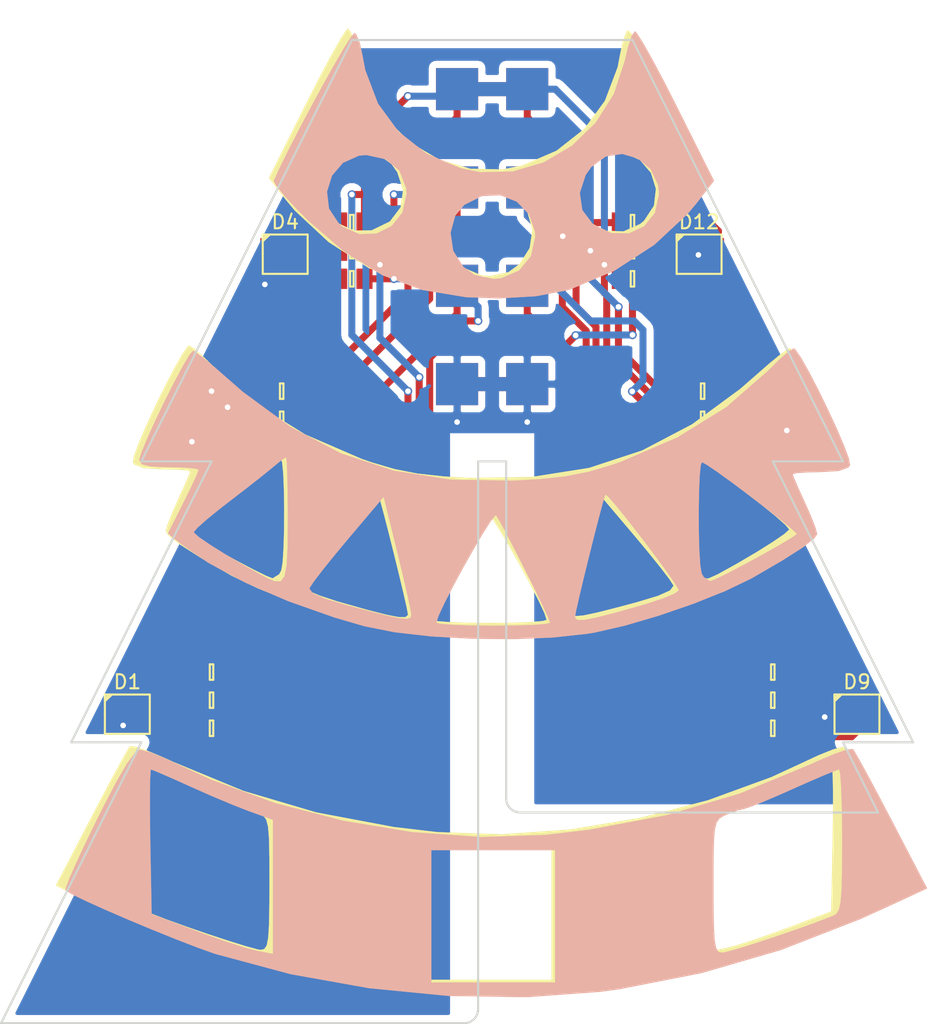
<source format=kicad_pcb>
(kicad_pcb (version 4) (host pcbnew 4.0.0-rc1-stable)

  (general
    (links 51)
    (no_connects 0)
    (area 24.924999 96.875 91.207683 170.075001)
    (thickness 1.6)
    (drawings 18)
    (tracks 215)
    (zones 0)
    (modules 28)
    (nets 26)
  )

  (page A4)
  (layers
    (0 F.Cu signal)
    (31 B.Cu signal)
    (32 B.Adhes user)
    (33 F.Adhes user)
    (34 B.Paste user)
    (35 F.Paste user)
    (36 B.SilkS user hide)
    (37 F.SilkS user hide)
    (38 B.Mask user)
    (39 F.Mask user)
    (40 Dwgs.User user)
    (41 Cmts.User user)
    (42 Eco1.User user)
    (43 Eco2.User user)
    (44 Edge.Cuts user)
    (45 Margin user)
    (46 B.CrtYd user)
    (47 F.CrtYd user)
    (48 B.Fab user)
    (49 F.Fab user)
  )

  (setup
    (last_trace_width 0.25)
    (user_trace_width 0.15)
    (user_trace_width 0.2)
    (user_trace_width 0.3)
    (user_trace_width 0.5)
    (trace_clearance 0.2)
    (zone_clearance 0.508)
    (zone_45_only no)
    (trace_min 0.15)
    (segment_width 0.2)
    (edge_width 0.15)
    (via_size 0.6)
    (via_drill 0.4)
    (via_min_size 0.4)
    (via_min_drill 0.3)
    (user_via 0.8 0.4)
    (uvia_size 0.3)
    (uvia_drill 0.1)
    (uvias_allowed no)
    (uvia_min_size 0.2)
    (uvia_min_drill 0.1)
    (pcb_text_width 0.3)
    (pcb_text_size 1.5 1.5)
    (mod_edge_width 0.15)
    (mod_text_size 1 1)
    (mod_text_width 0.15)
    (pad_size 1.524 1.524)
    (pad_drill 0.762)
    (pad_to_mask_clearance 0)
    (aux_axis_origin 0 0)
    (visible_elements 7FFFFFFF)
    (pcbplotparams
      (layerselection 0x010f0_80000001)
      (usegerberextensions true)
      (excludeedgelayer true)
      (linewidth 0.100000)
      (plotframeref false)
      (viasonmask false)
      (mode 1)
      (useauxorigin false)
      (hpglpennumber 1)
      (hpglpenspeed 20)
      (hpglpendiameter 15)
      (hpglpenoverlay 2)
      (psnegative false)
      (psa4output false)
      (plotreference false)
      (plotvalue false)
      (plotinvisibletext false)
      (padsonsilk false)
      (subtractmaskfromsilk true)
      (outputformat 1)
      (mirror false)
      (drillshape 0)
      (scaleselection 1)
      (outputdirectory gerbers/))
  )

  (net 0 "")
  (net 1 "Net-(D1-Pad4)")
  (net 2 "Net-(D1-Pad1)")
  (net 3 3v3)
  (net 4 "Net-(D1-Pad3)")
  (net 5 "Net-(D2-Pad4)")
  (net 6 "Net-(D2-Pad1)")
  (net 7 "Net-(D2-Pad3)")
  (net 8 "Net-(D4-Pad4)")
  (net 9 "Net-(D4-Pad1)")
  (net 10 "Net-(D4-Pad3)")
  (net 11 "Net-(D9-Pad4)")
  (net 12 "Net-(D9-Pad1)")
  (net 13 "Net-(D9-Pad3)")
  (net 14 "Net-(D11-Pad4)")
  (net 15 "Net-(D11-Pad1)")
  (net 16 "Net-(D11-Pad3)")
  (net 17 "Net-(D12-Pad4)")
  (net 18 "Net-(D12-Pad1)")
  (net 19 "Net-(D12-Pad3)")
  (net 20 /LED1R)
  (net 21 /LED1G)
  (net 22 /LED1B)
  (net 23 /LED2R)
  (net 24 /LED2G)
  (net 25 /LED2B)

  (net_class Default "This is the default net class."
    (clearance 0.2)
    (trace_width 0.25)
    (via_dia 0.6)
    (via_drill 0.4)
    (uvia_dia 0.3)
    (uvia_drill 0.1)
    (add_net /LED1B)
    (add_net /LED1G)
    (add_net /LED1R)
    (add_net /LED2B)
    (add_net /LED2G)
    (add_net /LED2R)
    (add_net 3v3)
    (add_net "Net-(D1-Pad1)")
    (add_net "Net-(D1-Pad3)")
    (add_net "Net-(D1-Pad4)")
    (add_net "Net-(D11-Pad1)")
    (add_net "Net-(D11-Pad3)")
    (add_net "Net-(D11-Pad4)")
    (add_net "Net-(D12-Pad1)")
    (add_net "Net-(D12-Pad3)")
    (add_net "Net-(D12-Pad4)")
    (add_net "Net-(D2-Pad1)")
    (add_net "Net-(D2-Pad3)")
    (add_net "Net-(D2-Pad4)")
    (add_net "Net-(D4-Pad1)")
    (add_net "Net-(D4-Pad3)")
    (add_net "Net-(D4-Pad4)")
    (add_net "Net-(D9-Pad1)")
    (add_net "Net-(D9-Pad3)")
    (add_net "Net-(D9-Pad4)")
  )

  (module yule:CREE_RGB_LED (layer F.Cu) (tedit 56BF6BC7) (tstamp 58023171)
    (at 34 148)
    (path /5801A64D)
    (fp_text reference D1 (at 0 -2.3) (layer F.SilkS)
      (effects (font (size 1 1) (thickness 0.15)))
    )
    (fp_text value LED_RABG (at 0 1.9) (layer F.Fab)
      (effects (font (size 0.5 0.5) (thickness 0.1)))
    )
    (fp_line (start -1.6 -0.925) (end -1.1 -1.4) (layer F.SilkS) (width 0.15))
    (fp_line (start -1.6 -1.4) (end -1.6 -1.1) (layer F.SilkS) (width 0.15))
    (fp_line (start -1.6 -1.1) (end -1.3 -1.4) (layer F.SilkS) (width 0.15))
    (fp_line (start -1.6 0) (end -1.6 -1.4) (layer F.SilkS) (width 0.15))
    (fp_line (start -1.6 -1.4) (end 1.6 -1.4) (layer F.SilkS) (width 0.15))
    (fp_line (start 1.6 -1.4) (end 1.6 1.4) (layer F.SilkS) (width 0.15))
    (fp_line (start 1.6 1.4) (end -1.6 1.4) (layer F.SilkS) (width 0.15))
    (fp_line (start -1.6 1.4) (end -1.6 0) (layer F.SilkS) (width 0.15))
    (pad 4 smd rect (at 1.375 -0.75) (size 0.8 0.8) (layers F.Cu F.Paste F.Mask)
      (net 1 "Net-(D1-Pad4)"))
    (pad 1 smd rect (at -1.375 -0.75) (size 0.8 0.8) (layers F.Cu F.Paste F.Mask)
      (net 2 "Net-(D1-Pad1)"))
    (pad 2 smd rect (at -1.375 0.75) (size 0.8 0.8) (layers F.Cu F.Paste F.Mask)
      (net 3 3v3))
    (pad 3 smd rect (at 1.375 0.75) (size 0.8 0.8) (layers F.Cu F.Paste F.Mask)
      (net 4 "Net-(D1-Pad3)"))
  )

  (module yule:CREE_RGB_LED (layer F.Cu) (tedit 56BF6BC7) (tstamp 58023181)
    (at 81.25 127.75)
    (path /5801F754)
    (fp_text reference D2 (at 0 -2.3) (layer F.SilkS)
      (effects (font (size 1 1) (thickness 0.15)))
    )
    (fp_text value LED_RABG (at 0 1.9) (layer F.Fab)
      (effects (font (size 0.5 0.5) (thickness 0.1)))
    )
    (fp_line (start -1.6 -0.925) (end -1.1 -1.4) (layer F.SilkS) (width 0.15))
    (fp_line (start -1.6 -1.4) (end -1.6 -1.1) (layer F.SilkS) (width 0.15))
    (fp_line (start -1.6 -1.1) (end -1.3 -1.4) (layer F.SilkS) (width 0.15))
    (fp_line (start -1.6 0) (end -1.6 -1.4) (layer F.SilkS) (width 0.15))
    (fp_line (start -1.6 -1.4) (end 1.6 -1.4) (layer F.SilkS) (width 0.15))
    (fp_line (start 1.6 -1.4) (end 1.6 1.4) (layer F.SilkS) (width 0.15))
    (fp_line (start 1.6 1.4) (end -1.6 1.4) (layer F.SilkS) (width 0.15))
    (fp_line (start -1.6 1.4) (end -1.6 0) (layer F.SilkS) (width 0.15))
    (pad 4 smd rect (at 1.375 -0.75) (size 0.8 0.8) (layers F.Cu F.Paste F.Mask)
      (net 5 "Net-(D2-Pad4)"))
    (pad 1 smd rect (at -1.375 -0.75) (size 0.8 0.8) (layers F.Cu F.Paste F.Mask)
      (net 6 "Net-(D2-Pad1)"))
    (pad 2 smd rect (at -1.375 0.75) (size 0.8 0.8) (layers F.Cu F.Paste F.Mask)
      (net 3 3v3))
    (pad 3 smd rect (at 1.375 0.75) (size 0.8 0.8) (layers F.Cu F.Paste F.Mask)
      (net 7 "Net-(D2-Pad3)"))
  )

  (module yule:CREE_RGB_LED (layer F.Cu) (tedit 56BF6BC7) (tstamp 58023191)
    (at 45.25 115.25)
    (path /58020113)
    (fp_text reference D4 (at 0 -2.3) (layer F.SilkS)
      (effects (font (size 1 1) (thickness 0.15)))
    )
    (fp_text value LED_RABG (at 0 1.9) (layer F.Fab)
      (effects (font (size 0.5 0.5) (thickness 0.1)))
    )
    (fp_line (start -1.6 -0.925) (end -1.1 -1.4) (layer F.SilkS) (width 0.15))
    (fp_line (start -1.6 -1.4) (end -1.6 -1.1) (layer F.SilkS) (width 0.15))
    (fp_line (start -1.6 -1.1) (end -1.3 -1.4) (layer F.SilkS) (width 0.15))
    (fp_line (start -1.6 0) (end -1.6 -1.4) (layer F.SilkS) (width 0.15))
    (fp_line (start -1.6 -1.4) (end 1.6 -1.4) (layer F.SilkS) (width 0.15))
    (fp_line (start 1.6 -1.4) (end 1.6 1.4) (layer F.SilkS) (width 0.15))
    (fp_line (start 1.6 1.4) (end -1.6 1.4) (layer F.SilkS) (width 0.15))
    (fp_line (start -1.6 1.4) (end -1.6 0) (layer F.SilkS) (width 0.15))
    (pad 4 smd rect (at 1.375 -0.75) (size 0.8 0.8) (layers F.Cu F.Paste F.Mask)
      (net 8 "Net-(D4-Pad4)"))
    (pad 1 smd rect (at -1.375 -0.75) (size 0.8 0.8) (layers F.Cu F.Paste F.Mask)
      (net 9 "Net-(D4-Pad1)"))
    (pad 2 smd rect (at -1.375 0.75) (size 0.8 0.8) (layers F.Cu F.Paste F.Mask)
      (net 3 3v3))
    (pad 3 smd rect (at 1.375 0.75) (size 0.8 0.8) (layers F.Cu F.Paste F.Mask)
      (net 10 "Net-(D4-Pad3)"))
  )

  (module yule:CREE_RGB_LED (layer F.Cu) (tedit 56BF6BC7) (tstamp 580231A1)
    (at 86 148)
    (path /5802058D)
    (fp_text reference D9 (at 0 -2.3) (layer F.SilkS)
      (effects (font (size 1 1) (thickness 0.15)))
    )
    (fp_text value LED_RABG (at 0 1.9) (layer F.Fab)
      (effects (font (size 0.5 0.5) (thickness 0.1)))
    )
    (fp_line (start -1.6 -0.925) (end -1.1 -1.4) (layer F.SilkS) (width 0.15))
    (fp_line (start -1.6 -1.4) (end -1.6 -1.1) (layer F.SilkS) (width 0.15))
    (fp_line (start -1.6 -1.1) (end -1.3 -1.4) (layer F.SilkS) (width 0.15))
    (fp_line (start -1.6 0) (end -1.6 -1.4) (layer F.SilkS) (width 0.15))
    (fp_line (start -1.6 -1.4) (end 1.6 -1.4) (layer F.SilkS) (width 0.15))
    (fp_line (start 1.6 -1.4) (end 1.6 1.4) (layer F.SilkS) (width 0.15))
    (fp_line (start 1.6 1.4) (end -1.6 1.4) (layer F.SilkS) (width 0.15))
    (fp_line (start -1.6 1.4) (end -1.6 0) (layer F.SilkS) (width 0.15))
    (pad 4 smd rect (at 1.375 -0.75) (size 0.8 0.8) (layers F.Cu F.Paste F.Mask)
      (net 11 "Net-(D9-Pad4)"))
    (pad 1 smd rect (at -1.375 -0.75) (size 0.8 0.8) (layers F.Cu F.Paste F.Mask)
      (net 12 "Net-(D9-Pad1)"))
    (pad 2 smd rect (at -1.375 0.75) (size 0.8 0.8) (layers F.Cu F.Paste F.Mask)
      (net 3 3v3))
    (pad 3 smd rect (at 1.375 0.75) (size 0.8 0.8) (layers F.Cu F.Paste F.Mask)
      (net 13 "Net-(D9-Pad3)"))
  )

  (module yule:CREE_RGB_LED (layer F.Cu) (tedit 56BF6BC7) (tstamp 580231B1)
    (at 38.75 127.75)
    (path /580205E5)
    (fp_text reference D11 (at 0 -2.3) (layer F.SilkS)
      (effects (font (size 1 1) (thickness 0.15)))
    )
    (fp_text value LED_RABG (at 0 1.9) (layer F.Fab)
      (effects (font (size 0.5 0.5) (thickness 0.1)))
    )
    (fp_line (start -1.6 -0.925) (end -1.1 -1.4) (layer F.SilkS) (width 0.15))
    (fp_line (start -1.6 -1.4) (end -1.6 -1.1) (layer F.SilkS) (width 0.15))
    (fp_line (start -1.6 -1.1) (end -1.3 -1.4) (layer F.SilkS) (width 0.15))
    (fp_line (start -1.6 0) (end -1.6 -1.4) (layer F.SilkS) (width 0.15))
    (fp_line (start -1.6 -1.4) (end 1.6 -1.4) (layer F.SilkS) (width 0.15))
    (fp_line (start 1.6 -1.4) (end 1.6 1.4) (layer F.SilkS) (width 0.15))
    (fp_line (start 1.6 1.4) (end -1.6 1.4) (layer F.SilkS) (width 0.15))
    (fp_line (start -1.6 1.4) (end -1.6 0) (layer F.SilkS) (width 0.15))
    (pad 4 smd rect (at 1.375 -0.75) (size 0.8 0.8) (layers F.Cu F.Paste F.Mask)
      (net 14 "Net-(D11-Pad4)"))
    (pad 1 smd rect (at -1.375 -0.75) (size 0.8 0.8) (layers F.Cu F.Paste F.Mask)
      (net 15 "Net-(D11-Pad1)"))
    (pad 2 smd rect (at -1.375 0.75) (size 0.8 0.8) (layers F.Cu F.Paste F.Mask)
      (net 3 3v3))
    (pad 3 smd rect (at 1.375 0.75) (size 0.8 0.8) (layers F.Cu F.Paste F.Mask)
      (net 16 "Net-(D11-Pad3)"))
  )

  (module yule:CREE_RGB_LED (layer F.Cu) (tedit 56BF6BC7) (tstamp 580231C1)
    (at 74.75 115.25)
    (path /58020611)
    (fp_text reference D12 (at 0 -2.3) (layer F.SilkS)
      (effects (font (size 1 1) (thickness 0.15)))
    )
    (fp_text value LED_RABG (at 0 1.9) (layer F.Fab)
      (effects (font (size 0.5 0.5) (thickness 0.1)))
    )
    (fp_line (start -1.6 -0.925) (end -1.1 -1.4) (layer F.SilkS) (width 0.15))
    (fp_line (start -1.6 -1.4) (end -1.6 -1.1) (layer F.SilkS) (width 0.15))
    (fp_line (start -1.6 -1.1) (end -1.3 -1.4) (layer F.SilkS) (width 0.15))
    (fp_line (start -1.6 0) (end -1.6 -1.4) (layer F.SilkS) (width 0.15))
    (fp_line (start -1.6 -1.4) (end 1.6 -1.4) (layer F.SilkS) (width 0.15))
    (fp_line (start 1.6 -1.4) (end 1.6 1.4) (layer F.SilkS) (width 0.15))
    (fp_line (start 1.6 1.4) (end -1.6 1.4) (layer F.SilkS) (width 0.15))
    (fp_line (start -1.6 1.4) (end -1.6 0) (layer F.SilkS) (width 0.15))
    (pad 4 smd rect (at 1.375 -0.75) (size 0.8 0.8) (layers F.Cu F.Paste F.Mask)
      (net 17 "Net-(D12-Pad4)"))
    (pad 1 smd rect (at -1.375 -0.75) (size 0.8 0.8) (layers F.Cu F.Paste F.Mask)
      (net 18 "Net-(D12-Pad1)"))
    (pad 2 smd rect (at -1.375 0.75) (size 0.8 0.8) (layers F.Cu F.Paste F.Mask)
      (net 3 3v3))
    (pad 3 smd rect (at 1.375 0.75) (size 0.8 0.8) (layers F.Cu F.Paste F.Mask)
      (net 19 "Net-(D12-Pad3)"))
  )

  (module agg:0805 (layer F.Cu) (tedit 57654490) (tstamp 580231D5)
    (at 40 145)
    (path /5801C5A4)
    (fp_text reference R5 (at -2.425 0 90) (layer F.Fab)
      (effects (font (size 1 1) (thickness 0.15)))
    )
    (fp_text value 100 (at 2.425 0 90) (layer F.Fab)
      (effects (font (size 1 1) (thickness 0.15)))
    )
    (fp_line (start -1 -0.625) (end 1 -0.625) (layer F.Fab) (width 0.01))
    (fp_line (start 1 -0.625) (end 1 0.625) (layer F.Fab) (width 0.01))
    (fp_line (start 1 0.625) (end -1 0.625) (layer F.Fab) (width 0.01))
    (fp_line (start -1 0.625) (end -1 -0.625) (layer F.Fab) (width 0.01))
    (fp_line (start -0.5 -0.625) (end -0.5 0.625) (layer F.Fab) (width 0.01))
    (fp_line (start 0.5 -0.625) (end 0.5 0.625) (layer F.Fab) (width 0.01))
    (fp_line (start -0.125 -0.55) (end 0.125 -0.55) (layer F.SilkS) (width 0.15))
    (fp_line (start 0.125 -0.55) (end 0.125 0.55) (layer F.SilkS) (width 0.15))
    (fp_line (start 0.125 0.55) (end -0.125 0.55) (layer F.SilkS) (width 0.15))
    (fp_line (start -0.125 0.55) (end -0.125 -0.55) (layer F.SilkS) (width 0.15))
    (fp_line (start -1.75 -1) (end 1.75 -1) (layer F.CrtYd) (width 0.01))
    (fp_line (start 1.75 -1) (end 1.75 1) (layer F.CrtYd) (width 0.01))
    (fp_line (start 1.75 1) (end -1.75 1) (layer F.CrtYd) (width 0.01))
    (fp_line (start -1.75 1) (end -1.75 -1) (layer F.CrtYd) (width 0.01))
    (pad 1 smd rect (at -0.9 0) (size 1.15 1.45) (layers F.Cu F.Paste F.Mask)
      (net 2 "Net-(D1-Pad1)"))
    (pad 2 smd rect (at 0.9 0) (size 1.15 1.45) (layers F.Cu F.Paste F.Mask)
      (net 20 /LED1R))
    (model ${KISYS3DMOD}/Resistors_SMD.3dshapes/R_0805.wrl
      (at (xyz 0 0 0))
      (scale (xyz 1 1 1))
      (rotate (xyz 0 0 0))
    )
  )

  (module agg:0805 (layer F.Cu) (tedit 57654490) (tstamp 580231E9)
    (at 75 127 180)
    (path /5801F770)
    (fp_text reference R6 (at -2.425 0 270) (layer F.Fab)
      (effects (font (size 1 1) (thickness 0.15)))
    )
    (fp_text value 100 (at 2.425 0 270) (layer F.Fab)
      (effects (font (size 1 1) (thickness 0.15)))
    )
    (fp_line (start -1 -0.625) (end 1 -0.625) (layer F.Fab) (width 0.01))
    (fp_line (start 1 -0.625) (end 1 0.625) (layer F.Fab) (width 0.01))
    (fp_line (start 1 0.625) (end -1 0.625) (layer F.Fab) (width 0.01))
    (fp_line (start -1 0.625) (end -1 -0.625) (layer F.Fab) (width 0.01))
    (fp_line (start -0.5 -0.625) (end -0.5 0.625) (layer F.Fab) (width 0.01))
    (fp_line (start 0.5 -0.625) (end 0.5 0.625) (layer F.Fab) (width 0.01))
    (fp_line (start -0.125 -0.55) (end 0.125 -0.55) (layer F.SilkS) (width 0.15))
    (fp_line (start 0.125 -0.55) (end 0.125 0.55) (layer F.SilkS) (width 0.15))
    (fp_line (start 0.125 0.55) (end -0.125 0.55) (layer F.SilkS) (width 0.15))
    (fp_line (start -0.125 0.55) (end -0.125 -0.55) (layer F.SilkS) (width 0.15))
    (fp_line (start -1.75 -1) (end 1.75 -1) (layer F.CrtYd) (width 0.01))
    (fp_line (start 1.75 -1) (end 1.75 1) (layer F.CrtYd) (width 0.01))
    (fp_line (start 1.75 1) (end -1.75 1) (layer F.CrtYd) (width 0.01))
    (fp_line (start -1.75 1) (end -1.75 -1) (layer F.CrtYd) (width 0.01))
    (pad 1 smd rect (at -0.9 0 180) (size 1.15 1.45) (layers F.Cu F.Paste F.Mask)
      (net 6 "Net-(D2-Pad1)"))
    (pad 2 smd rect (at 0.9 0 180) (size 1.15 1.45) (layers F.Cu F.Paste F.Mask)
      (net 20 /LED1R))
    (model ${KISYS3DMOD}/Resistors_SMD.3dshapes/R_0805.wrl
      (at (xyz 0 0 0))
      (scale (xyz 1 1 1))
      (rotate (xyz 0 0 0))
    )
  )

  (module agg:0805 (layer F.Cu) (tedit 57654490) (tstamp 580231FD)
    (at 40 147)
    (path /5801C500)
    (fp_text reference R8 (at -2.425 0 90) (layer F.Fab)
      (effects (font (size 1 1) (thickness 0.15)))
    )
    (fp_text value 30 (at 2.425 0 90) (layer F.Fab)
      (effects (font (size 1 1) (thickness 0.15)))
    )
    (fp_line (start -1 -0.625) (end 1 -0.625) (layer F.Fab) (width 0.01))
    (fp_line (start 1 -0.625) (end 1 0.625) (layer F.Fab) (width 0.01))
    (fp_line (start 1 0.625) (end -1 0.625) (layer F.Fab) (width 0.01))
    (fp_line (start -1 0.625) (end -1 -0.625) (layer F.Fab) (width 0.01))
    (fp_line (start -0.5 -0.625) (end -0.5 0.625) (layer F.Fab) (width 0.01))
    (fp_line (start 0.5 -0.625) (end 0.5 0.625) (layer F.Fab) (width 0.01))
    (fp_line (start -0.125 -0.55) (end 0.125 -0.55) (layer F.SilkS) (width 0.15))
    (fp_line (start 0.125 -0.55) (end 0.125 0.55) (layer F.SilkS) (width 0.15))
    (fp_line (start 0.125 0.55) (end -0.125 0.55) (layer F.SilkS) (width 0.15))
    (fp_line (start -0.125 0.55) (end -0.125 -0.55) (layer F.SilkS) (width 0.15))
    (fp_line (start -1.75 -1) (end 1.75 -1) (layer F.CrtYd) (width 0.01))
    (fp_line (start 1.75 -1) (end 1.75 1) (layer F.CrtYd) (width 0.01))
    (fp_line (start 1.75 1) (end -1.75 1) (layer F.CrtYd) (width 0.01))
    (fp_line (start -1.75 1) (end -1.75 -1) (layer F.CrtYd) (width 0.01))
    (pad 1 smd rect (at -0.9 0) (size 1.15 1.45) (layers F.Cu F.Paste F.Mask)
      (net 1 "Net-(D1-Pad4)"))
    (pad 2 smd rect (at 0.9 0) (size 1.15 1.45) (layers F.Cu F.Paste F.Mask)
      (net 21 /LED1G))
    (model ${KISYS3DMOD}/Resistors_SMD.3dshapes/R_0805.wrl
      (at (xyz 0 0 0))
      (scale (xyz 1 1 1))
      (rotate (xyz 0 0 0))
    )
  )

  (module agg:0805 (layer F.Cu) (tedit 57654490) (tstamp 58023211)
    (at 75 125 180)
    (path /5801F769)
    (fp_text reference R9 (at -2.425 0 270) (layer F.Fab)
      (effects (font (size 1 1) (thickness 0.15)))
    )
    (fp_text value 30 (at 2.425 0 270) (layer F.Fab)
      (effects (font (size 1 1) (thickness 0.15)))
    )
    (fp_line (start -1 -0.625) (end 1 -0.625) (layer F.Fab) (width 0.01))
    (fp_line (start 1 -0.625) (end 1 0.625) (layer F.Fab) (width 0.01))
    (fp_line (start 1 0.625) (end -1 0.625) (layer F.Fab) (width 0.01))
    (fp_line (start -1 0.625) (end -1 -0.625) (layer F.Fab) (width 0.01))
    (fp_line (start -0.5 -0.625) (end -0.5 0.625) (layer F.Fab) (width 0.01))
    (fp_line (start 0.5 -0.625) (end 0.5 0.625) (layer F.Fab) (width 0.01))
    (fp_line (start -0.125 -0.55) (end 0.125 -0.55) (layer F.SilkS) (width 0.15))
    (fp_line (start 0.125 -0.55) (end 0.125 0.55) (layer F.SilkS) (width 0.15))
    (fp_line (start 0.125 0.55) (end -0.125 0.55) (layer F.SilkS) (width 0.15))
    (fp_line (start -0.125 0.55) (end -0.125 -0.55) (layer F.SilkS) (width 0.15))
    (fp_line (start -1.75 -1) (end 1.75 -1) (layer F.CrtYd) (width 0.01))
    (fp_line (start 1.75 -1) (end 1.75 1) (layer F.CrtYd) (width 0.01))
    (fp_line (start 1.75 1) (end -1.75 1) (layer F.CrtYd) (width 0.01))
    (fp_line (start -1.75 1) (end -1.75 -1) (layer F.CrtYd) (width 0.01))
    (pad 1 smd rect (at -0.9 0 180) (size 1.15 1.45) (layers F.Cu F.Paste F.Mask)
      (net 5 "Net-(D2-Pad4)"))
    (pad 2 smd rect (at 0.9 0 180) (size 1.15 1.45) (layers F.Cu F.Paste F.Mask)
      (net 21 /LED1G))
    (model ${KISYS3DMOD}/Resistors_SMD.3dshapes/R_0805.wrl
      (at (xyz 0 0 0))
      (scale (xyz 1 1 1))
      (rotate (xyz 0 0 0))
    )
  )

  (module agg:0805 (layer F.Cu) (tedit 57654490) (tstamp 58023225)
    (at 40 149)
    (path /5801C071)
    (fp_text reference R13 (at -2.425 0 90) (layer F.Fab)
      (effects (font (size 1 1) (thickness 0.15)))
    )
    (fp_text value 30 (at 2.425 0 90) (layer F.Fab)
      (effects (font (size 1 1) (thickness 0.15)))
    )
    (fp_line (start -1 -0.625) (end 1 -0.625) (layer F.Fab) (width 0.01))
    (fp_line (start 1 -0.625) (end 1 0.625) (layer F.Fab) (width 0.01))
    (fp_line (start 1 0.625) (end -1 0.625) (layer F.Fab) (width 0.01))
    (fp_line (start -1 0.625) (end -1 -0.625) (layer F.Fab) (width 0.01))
    (fp_line (start -0.5 -0.625) (end -0.5 0.625) (layer F.Fab) (width 0.01))
    (fp_line (start 0.5 -0.625) (end 0.5 0.625) (layer F.Fab) (width 0.01))
    (fp_line (start -0.125 -0.55) (end 0.125 -0.55) (layer F.SilkS) (width 0.15))
    (fp_line (start 0.125 -0.55) (end 0.125 0.55) (layer F.SilkS) (width 0.15))
    (fp_line (start 0.125 0.55) (end -0.125 0.55) (layer F.SilkS) (width 0.15))
    (fp_line (start -0.125 0.55) (end -0.125 -0.55) (layer F.SilkS) (width 0.15))
    (fp_line (start -1.75 -1) (end 1.75 -1) (layer F.CrtYd) (width 0.01))
    (fp_line (start 1.75 -1) (end 1.75 1) (layer F.CrtYd) (width 0.01))
    (fp_line (start 1.75 1) (end -1.75 1) (layer F.CrtYd) (width 0.01))
    (fp_line (start -1.75 1) (end -1.75 -1) (layer F.CrtYd) (width 0.01))
    (pad 1 smd rect (at -0.9 0) (size 1.15 1.45) (layers F.Cu F.Paste F.Mask)
      (net 4 "Net-(D1-Pad3)"))
    (pad 2 smd rect (at 0.9 0) (size 1.15 1.45) (layers F.Cu F.Paste F.Mask)
      (net 22 /LED1B))
    (model ${KISYS3DMOD}/Resistors_SMD.3dshapes/R_0805.wrl
      (at (xyz 0 0 0))
      (scale (xyz 1 1 1))
      (rotate (xyz 0 0 0))
    )
  )

  (module agg:0805 (layer F.Cu) (tedit 57654490) (tstamp 58023239)
    (at 75 129 180)
    (path /5801F762)
    (fp_text reference R14 (at -2.425 0 270) (layer F.Fab)
      (effects (font (size 1 1) (thickness 0.15)))
    )
    (fp_text value 30 (at 2.425 0 270) (layer F.Fab)
      (effects (font (size 1 1) (thickness 0.15)))
    )
    (fp_line (start -1 -0.625) (end 1 -0.625) (layer F.Fab) (width 0.01))
    (fp_line (start 1 -0.625) (end 1 0.625) (layer F.Fab) (width 0.01))
    (fp_line (start 1 0.625) (end -1 0.625) (layer F.Fab) (width 0.01))
    (fp_line (start -1 0.625) (end -1 -0.625) (layer F.Fab) (width 0.01))
    (fp_line (start -0.5 -0.625) (end -0.5 0.625) (layer F.Fab) (width 0.01))
    (fp_line (start 0.5 -0.625) (end 0.5 0.625) (layer F.Fab) (width 0.01))
    (fp_line (start -0.125 -0.55) (end 0.125 -0.55) (layer F.SilkS) (width 0.15))
    (fp_line (start 0.125 -0.55) (end 0.125 0.55) (layer F.SilkS) (width 0.15))
    (fp_line (start 0.125 0.55) (end -0.125 0.55) (layer F.SilkS) (width 0.15))
    (fp_line (start -0.125 0.55) (end -0.125 -0.55) (layer F.SilkS) (width 0.15))
    (fp_line (start -1.75 -1) (end 1.75 -1) (layer F.CrtYd) (width 0.01))
    (fp_line (start 1.75 -1) (end 1.75 1) (layer F.CrtYd) (width 0.01))
    (fp_line (start 1.75 1) (end -1.75 1) (layer F.CrtYd) (width 0.01))
    (fp_line (start -1.75 1) (end -1.75 -1) (layer F.CrtYd) (width 0.01))
    (pad 1 smd rect (at -0.9 0 180) (size 1.15 1.45) (layers F.Cu F.Paste F.Mask)
      (net 7 "Net-(D2-Pad3)"))
    (pad 2 smd rect (at 0.9 0 180) (size 1.15 1.45) (layers F.Cu F.Paste F.Mask)
      (net 22 /LED1B))
    (model ${KISYS3DMOD}/Resistors_SMD.3dshapes/R_0805.wrl
      (at (xyz 0 0 0))
      (scale (xyz 1 1 1))
      (rotate (xyz 0 0 0))
    )
  )

  (module agg:0805 (layer F.Cu) (tedit 57654490) (tstamp 5802324D)
    (at 50 113)
    (path /5802012F)
    (fp_text reference R16 (at -2.425 0 90) (layer F.Fab)
      (effects (font (size 1 1) (thickness 0.15)))
    )
    (fp_text value 100 (at 2.425 0 90) (layer F.Fab)
      (effects (font (size 1 1) (thickness 0.15)))
    )
    (fp_line (start -1 -0.625) (end 1 -0.625) (layer F.Fab) (width 0.01))
    (fp_line (start 1 -0.625) (end 1 0.625) (layer F.Fab) (width 0.01))
    (fp_line (start 1 0.625) (end -1 0.625) (layer F.Fab) (width 0.01))
    (fp_line (start -1 0.625) (end -1 -0.625) (layer F.Fab) (width 0.01))
    (fp_line (start -0.5 -0.625) (end -0.5 0.625) (layer F.Fab) (width 0.01))
    (fp_line (start 0.5 -0.625) (end 0.5 0.625) (layer F.Fab) (width 0.01))
    (fp_line (start -0.125 -0.55) (end 0.125 -0.55) (layer F.SilkS) (width 0.15))
    (fp_line (start 0.125 -0.55) (end 0.125 0.55) (layer F.SilkS) (width 0.15))
    (fp_line (start 0.125 0.55) (end -0.125 0.55) (layer F.SilkS) (width 0.15))
    (fp_line (start -0.125 0.55) (end -0.125 -0.55) (layer F.SilkS) (width 0.15))
    (fp_line (start -1.75 -1) (end 1.75 -1) (layer F.CrtYd) (width 0.01))
    (fp_line (start 1.75 -1) (end 1.75 1) (layer F.CrtYd) (width 0.01))
    (fp_line (start 1.75 1) (end -1.75 1) (layer F.CrtYd) (width 0.01))
    (fp_line (start -1.75 1) (end -1.75 -1) (layer F.CrtYd) (width 0.01))
    (pad 1 smd rect (at -0.9 0) (size 1.15 1.45) (layers F.Cu F.Paste F.Mask)
      (net 9 "Net-(D4-Pad1)"))
    (pad 2 smd rect (at 0.9 0) (size 1.15 1.45) (layers F.Cu F.Paste F.Mask)
      (net 20 /LED1R))
    (model ${KISYS3DMOD}/Resistors_SMD.3dshapes/R_0805.wrl
      (at (xyz 0 0 0))
      (scale (xyz 1 1 1))
      (rotate (xyz 0 0 0))
    )
  )

  (module agg:0805 (layer F.Cu) (tedit 57654490) (tstamp 58023261)
    (at 50 115)
    (path /58020128)
    (fp_text reference R19 (at -2.425 0 90) (layer F.Fab)
      (effects (font (size 1 1) (thickness 0.15)))
    )
    (fp_text value 30 (at 2.425 0 90) (layer F.Fab)
      (effects (font (size 1 1) (thickness 0.15)))
    )
    (fp_line (start -1 -0.625) (end 1 -0.625) (layer F.Fab) (width 0.01))
    (fp_line (start 1 -0.625) (end 1 0.625) (layer F.Fab) (width 0.01))
    (fp_line (start 1 0.625) (end -1 0.625) (layer F.Fab) (width 0.01))
    (fp_line (start -1 0.625) (end -1 -0.625) (layer F.Fab) (width 0.01))
    (fp_line (start -0.5 -0.625) (end -0.5 0.625) (layer F.Fab) (width 0.01))
    (fp_line (start 0.5 -0.625) (end 0.5 0.625) (layer F.Fab) (width 0.01))
    (fp_line (start -0.125 -0.55) (end 0.125 -0.55) (layer F.SilkS) (width 0.15))
    (fp_line (start 0.125 -0.55) (end 0.125 0.55) (layer F.SilkS) (width 0.15))
    (fp_line (start 0.125 0.55) (end -0.125 0.55) (layer F.SilkS) (width 0.15))
    (fp_line (start -0.125 0.55) (end -0.125 -0.55) (layer F.SilkS) (width 0.15))
    (fp_line (start -1.75 -1) (end 1.75 -1) (layer F.CrtYd) (width 0.01))
    (fp_line (start 1.75 -1) (end 1.75 1) (layer F.CrtYd) (width 0.01))
    (fp_line (start 1.75 1) (end -1.75 1) (layer F.CrtYd) (width 0.01))
    (fp_line (start -1.75 1) (end -1.75 -1) (layer F.CrtYd) (width 0.01))
    (pad 1 smd rect (at -0.9 0) (size 1.15 1.45) (layers F.Cu F.Paste F.Mask)
      (net 8 "Net-(D4-Pad4)"))
    (pad 2 smd rect (at 0.9 0) (size 1.15 1.45) (layers F.Cu F.Paste F.Mask)
      (net 21 /LED1G))
    (model ${KISYS3DMOD}/Resistors_SMD.3dshapes/R_0805.wrl
      (at (xyz 0 0 0))
      (scale (xyz 1 1 1))
      (rotate (xyz 0 0 0))
    )
  )

  (module agg:0805 (layer F.Cu) (tedit 57654490) (tstamp 58023275)
    (at 50 117)
    (path /58020121)
    (fp_text reference R22 (at -2.425 0 90) (layer F.Fab)
      (effects (font (size 1 1) (thickness 0.15)))
    )
    (fp_text value 30 (at 2.425 0 90) (layer F.Fab)
      (effects (font (size 1 1) (thickness 0.15)))
    )
    (fp_line (start -1 -0.625) (end 1 -0.625) (layer F.Fab) (width 0.01))
    (fp_line (start 1 -0.625) (end 1 0.625) (layer F.Fab) (width 0.01))
    (fp_line (start 1 0.625) (end -1 0.625) (layer F.Fab) (width 0.01))
    (fp_line (start -1 0.625) (end -1 -0.625) (layer F.Fab) (width 0.01))
    (fp_line (start -0.5 -0.625) (end -0.5 0.625) (layer F.Fab) (width 0.01))
    (fp_line (start 0.5 -0.625) (end 0.5 0.625) (layer F.Fab) (width 0.01))
    (fp_line (start -0.125 -0.55) (end 0.125 -0.55) (layer F.SilkS) (width 0.15))
    (fp_line (start 0.125 -0.55) (end 0.125 0.55) (layer F.SilkS) (width 0.15))
    (fp_line (start 0.125 0.55) (end -0.125 0.55) (layer F.SilkS) (width 0.15))
    (fp_line (start -0.125 0.55) (end -0.125 -0.55) (layer F.SilkS) (width 0.15))
    (fp_line (start -1.75 -1) (end 1.75 -1) (layer F.CrtYd) (width 0.01))
    (fp_line (start 1.75 -1) (end 1.75 1) (layer F.CrtYd) (width 0.01))
    (fp_line (start 1.75 1) (end -1.75 1) (layer F.CrtYd) (width 0.01))
    (fp_line (start -1.75 1) (end -1.75 -1) (layer F.CrtYd) (width 0.01))
    (pad 1 smd rect (at -0.9 0) (size 1.15 1.45) (layers F.Cu F.Paste F.Mask)
      (net 10 "Net-(D4-Pad3)"))
    (pad 2 smd rect (at 0.9 0) (size 1.15 1.45) (layers F.Cu F.Paste F.Mask)
      (net 22 /LED1B))
    (model ${KISYS3DMOD}/Resistors_SMD.3dshapes/R_0805.wrl
      (at (xyz 0 0 0))
      (scale (xyz 1 1 1))
      (rotate (xyz 0 0 0))
    )
  )

  (module agg:0805 (layer F.Cu) (tedit 57654490) (tstamp 58023289)
    (at 80 147 180)
    (path /580205A9)
    (fp_text reference R25 (at -2.425 0 270) (layer F.Fab)
      (effects (font (size 1 1) (thickness 0.15)))
    )
    (fp_text value 100 (at 2.425 0 270) (layer F.Fab)
      (effects (font (size 1 1) (thickness 0.15)))
    )
    (fp_line (start -1 -0.625) (end 1 -0.625) (layer F.Fab) (width 0.01))
    (fp_line (start 1 -0.625) (end 1 0.625) (layer F.Fab) (width 0.01))
    (fp_line (start 1 0.625) (end -1 0.625) (layer F.Fab) (width 0.01))
    (fp_line (start -1 0.625) (end -1 -0.625) (layer F.Fab) (width 0.01))
    (fp_line (start -0.5 -0.625) (end -0.5 0.625) (layer F.Fab) (width 0.01))
    (fp_line (start 0.5 -0.625) (end 0.5 0.625) (layer F.Fab) (width 0.01))
    (fp_line (start -0.125 -0.55) (end 0.125 -0.55) (layer F.SilkS) (width 0.15))
    (fp_line (start 0.125 -0.55) (end 0.125 0.55) (layer F.SilkS) (width 0.15))
    (fp_line (start 0.125 0.55) (end -0.125 0.55) (layer F.SilkS) (width 0.15))
    (fp_line (start -0.125 0.55) (end -0.125 -0.55) (layer F.SilkS) (width 0.15))
    (fp_line (start -1.75 -1) (end 1.75 -1) (layer F.CrtYd) (width 0.01))
    (fp_line (start 1.75 -1) (end 1.75 1) (layer F.CrtYd) (width 0.01))
    (fp_line (start 1.75 1) (end -1.75 1) (layer F.CrtYd) (width 0.01))
    (fp_line (start -1.75 1) (end -1.75 -1) (layer F.CrtYd) (width 0.01))
    (pad 1 smd rect (at -0.9 0 180) (size 1.15 1.45) (layers F.Cu F.Paste F.Mask)
      (net 12 "Net-(D9-Pad1)"))
    (pad 2 smd rect (at 0.9 0 180) (size 1.15 1.45) (layers F.Cu F.Paste F.Mask)
      (net 23 /LED2R))
    (model ${KISYS3DMOD}/Resistors_SMD.3dshapes/R_0805.wrl
      (at (xyz 0 0 0))
      (scale (xyz 1 1 1))
      (rotate (xyz 0 0 0))
    )
  )

  (module agg:0805 (layer F.Cu) (tedit 57654490) (tstamp 5802329D)
    (at 45 127)
    (path /58020601)
    (fp_text reference R27 (at -2.425 0 90) (layer F.Fab)
      (effects (font (size 1 1) (thickness 0.15)))
    )
    (fp_text value 100 (at 2.425 0 90) (layer F.Fab)
      (effects (font (size 1 1) (thickness 0.15)))
    )
    (fp_line (start -1 -0.625) (end 1 -0.625) (layer F.Fab) (width 0.01))
    (fp_line (start 1 -0.625) (end 1 0.625) (layer F.Fab) (width 0.01))
    (fp_line (start 1 0.625) (end -1 0.625) (layer F.Fab) (width 0.01))
    (fp_line (start -1 0.625) (end -1 -0.625) (layer F.Fab) (width 0.01))
    (fp_line (start -0.5 -0.625) (end -0.5 0.625) (layer F.Fab) (width 0.01))
    (fp_line (start 0.5 -0.625) (end 0.5 0.625) (layer F.Fab) (width 0.01))
    (fp_line (start -0.125 -0.55) (end 0.125 -0.55) (layer F.SilkS) (width 0.15))
    (fp_line (start 0.125 -0.55) (end 0.125 0.55) (layer F.SilkS) (width 0.15))
    (fp_line (start 0.125 0.55) (end -0.125 0.55) (layer F.SilkS) (width 0.15))
    (fp_line (start -0.125 0.55) (end -0.125 -0.55) (layer F.SilkS) (width 0.15))
    (fp_line (start -1.75 -1) (end 1.75 -1) (layer F.CrtYd) (width 0.01))
    (fp_line (start 1.75 -1) (end 1.75 1) (layer F.CrtYd) (width 0.01))
    (fp_line (start 1.75 1) (end -1.75 1) (layer F.CrtYd) (width 0.01))
    (fp_line (start -1.75 1) (end -1.75 -1) (layer F.CrtYd) (width 0.01))
    (pad 1 smd rect (at -0.9 0) (size 1.15 1.45) (layers F.Cu F.Paste F.Mask)
      (net 15 "Net-(D11-Pad1)"))
    (pad 2 smd rect (at 0.9 0) (size 1.15 1.45) (layers F.Cu F.Paste F.Mask)
      (net 23 /LED2R))
    (model ${KISYS3DMOD}/Resistors_SMD.3dshapes/R_0805.wrl
      (at (xyz 0 0 0))
      (scale (xyz 1 1 1))
      (rotate (xyz 0 0 0))
    )
  )

  (module agg:0805 (layer F.Cu) (tedit 57654490) (tstamp 580232B1)
    (at 80 145 180)
    (path /580205A2)
    (fp_text reference R28 (at -2.425 0 270) (layer F.Fab)
      (effects (font (size 1 1) (thickness 0.15)))
    )
    (fp_text value 30 (at 2.425 0 270) (layer F.Fab)
      (effects (font (size 1 1) (thickness 0.15)))
    )
    (fp_line (start -1 -0.625) (end 1 -0.625) (layer F.Fab) (width 0.01))
    (fp_line (start 1 -0.625) (end 1 0.625) (layer F.Fab) (width 0.01))
    (fp_line (start 1 0.625) (end -1 0.625) (layer F.Fab) (width 0.01))
    (fp_line (start -1 0.625) (end -1 -0.625) (layer F.Fab) (width 0.01))
    (fp_line (start -0.5 -0.625) (end -0.5 0.625) (layer F.Fab) (width 0.01))
    (fp_line (start 0.5 -0.625) (end 0.5 0.625) (layer F.Fab) (width 0.01))
    (fp_line (start -0.125 -0.55) (end 0.125 -0.55) (layer F.SilkS) (width 0.15))
    (fp_line (start 0.125 -0.55) (end 0.125 0.55) (layer F.SilkS) (width 0.15))
    (fp_line (start 0.125 0.55) (end -0.125 0.55) (layer F.SilkS) (width 0.15))
    (fp_line (start -0.125 0.55) (end -0.125 -0.55) (layer F.SilkS) (width 0.15))
    (fp_line (start -1.75 -1) (end 1.75 -1) (layer F.CrtYd) (width 0.01))
    (fp_line (start 1.75 -1) (end 1.75 1) (layer F.CrtYd) (width 0.01))
    (fp_line (start 1.75 1) (end -1.75 1) (layer F.CrtYd) (width 0.01))
    (fp_line (start -1.75 1) (end -1.75 -1) (layer F.CrtYd) (width 0.01))
    (pad 1 smd rect (at -0.9 0 180) (size 1.15 1.45) (layers F.Cu F.Paste F.Mask)
      (net 11 "Net-(D9-Pad4)"))
    (pad 2 smd rect (at 0.9 0 180) (size 1.15 1.45) (layers F.Cu F.Paste F.Mask)
      (net 24 /LED2G))
    (model ${KISYS3DMOD}/Resistors_SMD.3dshapes/R_0805.wrl
      (at (xyz 0 0 0))
      (scale (xyz 1 1 1))
      (rotate (xyz 0 0 0))
    )
  )

  (module agg:0805 (layer F.Cu) (tedit 57654490) (tstamp 580232C5)
    (at 45 125)
    (path /580205FA)
    (fp_text reference R30 (at -2.425 0 90) (layer F.Fab)
      (effects (font (size 1 1) (thickness 0.15)))
    )
    (fp_text value 30 (at 2.425 0 90) (layer F.Fab)
      (effects (font (size 1 1) (thickness 0.15)))
    )
    (fp_line (start -1 -0.625) (end 1 -0.625) (layer F.Fab) (width 0.01))
    (fp_line (start 1 -0.625) (end 1 0.625) (layer F.Fab) (width 0.01))
    (fp_line (start 1 0.625) (end -1 0.625) (layer F.Fab) (width 0.01))
    (fp_line (start -1 0.625) (end -1 -0.625) (layer F.Fab) (width 0.01))
    (fp_line (start -0.5 -0.625) (end -0.5 0.625) (layer F.Fab) (width 0.01))
    (fp_line (start 0.5 -0.625) (end 0.5 0.625) (layer F.Fab) (width 0.01))
    (fp_line (start -0.125 -0.55) (end 0.125 -0.55) (layer F.SilkS) (width 0.15))
    (fp_line (start 0.125 -0.55) (end 0.125 0.55) (layer F.SilkS) (width 0.15))
    (fp_line (start 0.125 0.55) (end -0.125 0.55) (layer F.SilkS) (width 0.15))
    (fp_line (start -0.125 0.55) (end -0.125 -0.55) (layer F.SilkS) (width 0.15))
    (fp_line (start -1.75 -1) (end 1.75 -1) (layer F.CrtYd) (width 0.01))
    (fp_line (start 1.75 -1) (end 1.75 1) (layer F.CrtYd) (width 0.01))
    (fp_line (start 1.75 1) (end -1.75 1) (layer F.CrtYd) (width 0.01))
    (fp_line (start -1.75 1) (end -1.75 -1) (layer F.CrtYd) (width 0.01))
    (pad 1 smd rect (at -0.9 0) (size 1.15 1.45) (layers F.Cu F.Paste F.Mask)
      (net 14 "Net-(D11-Pad4)"))
    (pad 2 smd rect (at 0.9 0) (size 1.15 1.45) (layers F.Cu F.Paste F.Mask)
      (net 24 /LED2G))
    (model ${KISYS3DMOD}/Resistors_SMD.3dshapes/R_0805.wrl
      (at (xyz 0 0 0))
      (scale (xyz 1 1 1))
      (rotate (xyz 0 0 0))
    )
  )

  (module agg:0805 (layer F.Cu) (tedit 57654490) (tstamp 580232D9)
    (at 80 149 180)
    (path /5802059B)
    (fp_text reference R31 (at -2.425 0 270) (layer F.Fab)
      (effects (font (size 1 1) (thickness 0.15)))
    )
    (fp_text value 30 (at 2.425 0 270) (layer F.Fab)
      (effects (font (size 1 1) (thickness 0.15)))
    )
    (fp_line (start -1 -0.625) (end 1 -0.625) (layer F.Fab) (width 0.01))
    (fp_line (start 1 -0.625) (end 1 0.625) (layer F.Fab) (width 0.01))
    (fp_line (start 1 0.625) (end -1 0.625) (layer F.Fab) (width 0.01))
    (fp_line (start -1 0.625) (end -1 -0.625) (layer F.Fab) (width 0.01))
    (fp_line (start -0.5 -0.625) (end -0.5 0.625) (layer F.Fab) (width 0.01))
    (fp_line (start 0.5 -0.625) (end 0.5 0.625) (layer F.Fab) (width 0.01))
    (fp_line (start -0.125 -0.55) (end 0.125 -0.55) (layer F.SilkS) (width 0.15))
    (fp_line (start 0.125 -0.55) (end 0.125 0.55) (layer F.SilkS) (width 0.15))
    (fp_line (start 0.125 0.55) (end -0.125 0.55) (layer F.SilkS) (width 0.15))
    (fp_line (start -0.125 0.55) (end -0.125 -0.55) (layer F.SilkS) (width 0.15))
    (fp_line (start -1.75 -1) (end 1.75 -1) (layer F.CrtYd) (width 0.01))
    (fp_line (start 1.75 -1) (end 1.75 1) (layer F.CrtYd) (width 0.01))
    (fp_line (start 1.75 1) (end -1.75 1) (layer F.CrtYd) (width 0.01))
    (fp_line (start -1.75 1) (end -1.75 -1) (layer F.CrtYd) (width 0.01))
    (pad 1 smd rect (at -0.9 0 180) (size 1.15 1.45) (layers F.Cu F.Paste F.Mask)
      (net 13 "Net-(D9-Pad3)"))
    (pad 2 smd rect (at 0.9 0 180) (size 1.15 1.45) (layers F.Cu F.Paste F.Mask)
      (net 25 /LED2B))
    (model ${KISYS3DMOD}/Resistors_SMD.3dshapes/R_0805.wrl
      (at (xyz 0 0 0))
      (scale (xyz 1 1 1))
      (rotate (xyz 0 0 0))
    )
  )

  (module agg:0805 (layer F.Cu) (tedit 57654490) (tstamp 580232ED)
    (at 45 129)
    (path /580205F3)
    (fp_text reference R33 (at -2.425 0 90) (layer F.Fab)
      (effects (font (size 1 1) (thickness 0.15)))
    )
    (fp_text value 30 (at 2.425 0 90) (layer F.Fab)
      (effects (font (size 1 1) (thickness 0.15)))
    )
    (fp_line (start -1 -0.625) (end 1 -0.625) (layer F.Fab) (width 0.01))
    (fp_line (start 1 -0.625) (end 1 0.625) (layer F.Fab) (width 0.01))
    (fp_line (start 1 0.625) (end -1 0.625) (layer F.Fab) (width 0.01))
    (fp_line (start -1 0.625) (end -1 -0.625) (layer F.Fab) (width 0.01))
    (fp_line (start -0.5 -0.625) (end -0.5 0.625) (layer F.Fab) (width 0.01))
    (fp_line (start 0.5 -0.625) (end 0.5 0.625) (layer F.Fab) (width 0.01))
    (fp_line (start -0.125 -0.55) (end 0.125 -0.55) (layer F.SilkS) (width 0.15))
    (fp_line (start 0.125 -0.55) (end 0.125 0.55) (layer F.SilkS) (width 0.15))
    (fp_line (start 0.125 0.55) (end -0.125 0.55) (layer F.SilkS) (width 0.15))
    (fp_line (start -0.125 0.55) (end -0.125 -0.55) (layer F.SilkS) (width 0.15))
    (fp_line (start -1.75 -1) (end 1.75 -1) (layer F.CrtYd) (width 0.01))
    (fp_line (start 1.75 -1) (end 1.75 1) (layer F.CrtYd) (width 0.01))
    (fp_line (start 1.75 1) (end -1.75 1) (layer F.CrtYd) (width 0.01))
    (fp_line (start -1.75 1) (end -1.75 -1) (layer F.CrtYd) (width 0.01))
    (pad 1 smd rect (at -0.9 0) (size 1.15 1.45) (layers F.Cu F.Paste F.Mask)
      (net 16 "Net-(D11-Pad3)"))
    (pad 2 smd rect (at 0.9 0) (size 1.15 1.45) (layers F.Cu F.Paste F.Mask)
      (net 25 /LED2B))
    (model ${KISYS3DMOD}/Resistors_SMD.3dshapes/R_0805.wrl
      (at (xyz 0 0 0))
      (scale (xyz 1 1 1))
      (rotate (xyz 0 0 0))
    )
  )

  (module agg:0805 (layer F.Cu) (tedit 57654490) (tstamp 58023301)
    (at 70 115 180)
    (path /5802062D)
    (fp_text reference R34 (at -2.425 0 270) (layer F.Fab)
      (effects (font (size 1 1) (thickness 0.15)))
    )
    (fp_text value 100 (at 2.425 0 270) (layer F.Fab)
      (effects (font (size 1 1) (thickness 0.15)))
    )
    (fp_line (start -1 -0.625) (end 1 -0.625) (layer F.Fab) (width 0.01))
    (fp_line (start 1 -0.625) (end 1 0.625) (layer F.Fab) (width 0.01))
    (fp_line (start 1 0.625) (end -1 0.625) (layer F.Fab) (width 0.01))
    (fp_line (start -1 0.625) (end -1 -0.625) (layer F.Fab) (width 0.01))
    (fp_line (start -0.5 -0.625) (end -0.5 0.625) (layer F.Fab) (width 0.01))
    (fp_line (start 0.5 -0.625) (end 0.5 0.625) (layer F.Fab) (width 0.01))
    (fp_line (start -0.125 -0.55) (end 0.125 -0.55) (layer F.SilkS) (width 0.15))
    (fp_line (start 0.125 -0.55) (end 0.125 0.55) (layer F.SilkS) (width 0.15))
    (fp_line (start 0.125 0.55) (end -0.125 0.55) (layer F.SilkS) (width 0.15))
    (fp_line (start -0.125 0.55) (end -0.125 -0.55) (layer F.SilkS) (width 0.15))
    (fp_line (start -1.75 -1) (end 1.75 -1) (layer F.CrtYd) (width 0.01))
    (fp_line (start 1.75 -1) (end 1.75 1) (layer F.CrtYd) (width 0.01))
    (fp_line (start 1.75 1) (end -1.75 1) (layer F.CrtYd) (width 0.01))
    (fp_line (start -1.75 1) (end -1.75 -1) (layer F.CrtYd) (width 0.01))
    (pad 1 smd rect (at -0.9 0 180) (size 1.15 1.45) (layers F.Cu F.Paste F.Mask)
      (net 18 "Net-(D12-Pad1)"))
    (pad 2 smd rect (at 0.9 0 180) (size 1.15 1.45) (layers F.Cu F.Paste F.Mask)
      (net 23 /LED2R))
    (model ${KISYS3DMOD}/Resistors_SMD.3dshapes/R_0805.wrl
      (at (xyz 0 0 0))
      (scale (xyz 1 1 1))
      (rotate (xyz 0 0 0))
    )
  )

  (module agg:0805 (layer F.Cu) (tedit 57654490) (tstamp 58023315)
    (at 70 113 180)
    (path /58020626)
    (fp_text reference R37 (at -2.425 0 270) (layer F.Fab)
      (effects (font (size 1 1) (thickness 0.15)))
    )
    (fp_text value 30 (at 2.425 0 270) (layer F.Fab)
      (effects (font (size 1 1) (thickness 0.15)))
    )
    (fp_line (start -1 -0.625) (end 1 -0.625) (layer F.Fab) (width 0.01))
    (fp_line (start 1 -0.625) (end 1 0.625) (layer F.Fab) (width 0.01))
    (fp_line (start 1 0.625) (end -1 0.625) (layer F.Fab) (width 0.01))
    (fp_line (start -1 0.625) (end -1 -0.625) (layer F.Fab) (width 0.01))
    (fp_line (start -0.5 -0.625) (end -0.5 0.625) (layer F.Fab) (width 0.01))
    (fp_line (start 0.5 -0.625) (end 0.5 0.625) (layer F.Fab) (width 0.01))
    (fp_line (start -0.125 -0.55) (end 0.125 -0.55) (layer F.SilkS) (width 0.15))
    (fp_line (start 0.125 -0.55) (end 0.125 0.55) (layer F.SilkS) (width 0.15))
    (fp_line (start 0.125 0.55) (end -0.125 0.55) (layer F.SilkS) (width 0.15))
    (fp_line (start -0.125 0.55) (end -0.125 -0.55) (layer F.SilkS) (width 0.15))
    (fp_line (start -1.75 -1) (end 1.75 -1) (layer F.CrtYd) (width 0.01))
    (fp_line (start 1.75 -1) (end 1.75 1) (layer F.CrtYd) (width 0.01))
    (fp_line (start 1.75 1) (end -1.75 1) (layer F.CrtYd) (width 0.01))
    (fp_line (start -1.75 1) (end -1.75 -1) (layer F.CrtYd) (width 0.01))
    (pad 1 smd rect (at -0.9 0 180) (size 1.15 1.45) (layers F.Cu F.Paste F.Mask)
      (net 17 "Net-(D12-Pad4)"))
    (pad 2 smd rect (at 0.9 0 180) (size 1.15 1.45) (layers F.Cu F.Paste F.Mask)
      (net 24 /LED2G))
    (model ${KISYS3DMOD}/Resistors_SMD.3dshapes/R_0805.wrl
      (at (xyz 0 0 0))
      (scale (xyz 1 1 1))
      (rotate (xyz 0 0 0))
    )
  )

  (module agg:0805 (layer F.Cu) (tedit 57654490) (tstamp 58023329)
    (at 70 117 180)
    (path /5802061F)
    (fp_text reference R40 (at -2.425 0 270) (layer F.Fab)
      (effects (font (size 1 1) (thickness 0.15)))
    )
    (fp_text value 30 (at 2.425 0 270) (layer F.Fab)
      (effects (font (size 1 1) (thickness 0.15)))
    )
    (fp_line (start -1 -0.625) (end 1 -0.625) (layer F.Fab) (width 0.01))
    (fp_line (start 1 -0.625) (end 1 0.625) (layer F.Fab) (width 0.01))
    (fp_line (start 1 0.625) (end -1 0.625) (layer F.Fab) (width 0.01))
    (fp_line (start -1 0.625) (end -1 -0.625) (layer F.Fab) (width 0.01))
    (fp_line (start -0.5 -0.625) (end -0.5 0.625) (layer F.Fab) (width 0.01))
    (fp_line (start 0.5 -0.625) (end 0.5 0.625) (layer F.Fab) (width 0.01))
    (fp_line (start -0.125 -0.55) (end 0.125 -0.55) (layer F.SilkS) (width 0.15))
    (fp_line (start 0.125 -0.55) (end 0.125 0.55) (layer F.SilkS) (width 0.15))
    (fp_line (start 0.125 0.55) (end -0.125 0.55) (layer F.SilkS) (width 0.15))
    (fp_line (start -0.125 0.55) (end -0.125 -0.55) (layer F.SilkS) (width 0.15))
    (fp_line (start -1.75 -1) (end 1.75 -1) (layer F.CrtYd) (width 0.01))
    (fp_line (start 1.75 -1) (end 1.75 1) (layer F.CrtYd) (width 0.01))
    (fp_line (start 1.75 1) (end -1.75 1) (layer F.CrtYd) (width 0.01))
    (fp_line (start -1.75 1) (end -1.75 -1) (layer F.CrtYd) (width 0.01))
    (pad 1 smd rect (at -0.9 0 180) (size 1.15 1.45) (layers F.Cu F.Paste F.Mask)
      (net 19 "Net-(D12-Pad3)"))
    (pad 2 smd rect (at 0.9 0 180) (size 1.15 1.45) (layers F.Cu F.Paste F.Mask)
      (net 25 /LED2B))
    (model ${KISYS3DMOD}/Resistors_SMD.3dshapes/R_0805.wrl
      (at (xyz 0 0 0))
      (scale (xyz 1 1 1))
      (rotate (xyz 0 0 0))
    )
  )

  (module yule:Interboard (layer F.Cu) (tedit 58029CE5) (tstamp 58029EFA)
    (at 60 100.5)
    (path /5802F7BD)
    (fp_text reference J1 (at 0 -2.5) (layer F.Fab)
      (effects (font (size 1 1) (thickness 0.15)))
    )
    (fp_text value CONN_01x08 (at 0 -1) (layer F.Fab)
      (effects (font (size 1 1) (thickness 0.15)))
    )
    (pad 1 smd rect (at 2.5 3) (size 3 3) (layers F.Cu F.Paste F.Mask)
      (net 24 /LED2G))
    (pad 2 smd rect (at 2.5 10) (size 3 3) (layers F.Cu F.Paste F.Mask)
      (net 23 /LED2R))
    (pad 3 smd rect (at 2.5 17) (size 3 3) (layers F.Cu F.Paste F.Mask)
      (net 25 /LED2B))
    (pad 4 smd rect (at 2.5 24) (size 3 3) (layers F.Cu F.Paste F.Mask)
      (net 3 3v3))
    (pad 5 smd rect (at -2.5 24) (size 3 3) (layers F.Cu F.Paste F.Mask)
      (net 3 3v3))
    (pad 6 smd rect (at -2.5 17) (size 3 3) (layers F.Cu F.Paste F.Mask)
      (net 25 /LED2B))
    (pad 7 smd rect (at -2.5 10) (size 3 3) (layers F.Cu F.Paste F.Mask)
      (net 23 /LED2R))
    (pad 8 smd rect (at -2.5 3) (size 3 3) (layers F.Cu F.Paste F.Mask)
      (net 24 /LED2G))
  )

  (module yule:Interboard (layer B.Cu) (tedit 58029E41) (tstamp 58029F06)
    (at 60 100.5 180)
    (path /580303E2)
    (fp_text reference J2 (at 0 2.5 180) (layer B.Fab)
      (effects (font (size 1 1) (thickness 0.15)) (justify mirror))
    )
    (fp_text value CONN_01x08 (at 0 1 180) (layer B.Fab)
      (effects (font (size 1 1) (thickness 0.15)) (justify mirror))
    )
    (pad 1 smd rect (at 2.5 -3 180) (size 3 3) (layers B.Cu B.Paste B.Mask)
      (net 20 /LED1R))
    (pad 2 smd rect (at 2.5 -10 180) (size 3 3) (layers B.Cu B.Paste B.Mask)
      (net 21 /LED1G))
    (pad 3 smd rect (at 2.5 -17 180) (size 3 3) (layers B.Cu B.Paste B.Mask)
      (net 22 /LED1B))
    (pad 4 smd rect (at 2.5 -24 180) (size 3 3) (layers B.Cu B.Paste B.Mask)
      (net 3 3v3))
    (pad 5 smd rect (at -2.5 -24 180) (size 3 3) (layers B.Cu B.Paste B.Mask)
      (net 3 3v3))
    (pad 6 smd rect (at -2.5 -17 180) (size 3 3) (layers B.Cu B.Paste B.Mask)
      (net 22 /LED1B))
    (pad 7 smd rect (at -2.5 -10 180) (size 3 3) (layers B.Cu B.Paste B.Mask)
      (net 21 /LED1G))
    (pad 8 smd rect (at -2.5 -3 180) (size 3 3) (layers B.Cu B.Paste B.Mask)
      (net 20 /LED1R))
  )

  (module yule:tree_silk_scaled (layer F.Cu) (tedit 5802ABCB) (tstamp 5802AE85)
    (at 60 134.8)
    (path /5802B070)
    (fp_text reference X1 (at 0 0) (layer F.Fab) hide
      (effects (font (thickness 0.3)))
    )
    (fp_text value Silk_art (at 0.75 0) (layer F.Fab) hide
      (effects (font (thickness 0.3)))
    )
    (fp_poly (pts (xy -25.410014 15.513925) (xy -24.533876 15.812613) (xy -23.341538 16.312526) (xy -22.754167 16.583003)
      (xy -17.740689 18.652472) (xy -12.538965 20.188718) (xy -7.003791 21.230349) (xy -3.913527 21.592392)
      (xy 0.704656 21.748581) (xy 5.585484 21.399166) (xy 10.5391 20.579884) (xy 10.772235 20.519466)
      (xy 15.522222 20.519466) (xy 15.522222 30.064633) (xy 16.66875 29.846659) (xy 17.506597 29.625622)
      (xy 18.782937 29.217694) (xy 20.279694 28.694296) (xy 20.990278 28.431366) (xy 24.165278 27.234046)
      (xy 24.262903 22.083689) (xy 24.287685 20.268764) (xy 24.2903 18.734127) (xy 24.271986 17.60333)
      (xy 24.233979 16.999921) (xy 24.211324 16.933333) (xy 23.843593 17.07038) (xy 22.998243 17.434593)
      (xy 21.837394 17.955578) (xy 21.467865 18.124567) (xy 19.967073 18.791703) (xy 18.461427 19.425189)
      (xy 17.261243 19.894715) (xy 17.197916 19.917633) (xy 15.522222 20.519466) (xy 10.772235 20.519466)
      (xy 15.375645 19.326474) (xy 19.905264 17.674672) (xy 21.979821 16.718432) (xy 23.220845 16.138312)
      (xy 24.276576 15.713232) (xy 24.941194 15.525023) (xy 24.988497 15.522222) (xy 25.36536 15.760771)
      (xy 25.918219 16.505803) (xy 26.674372 17.801389) (xy 27.661117 19.691604) (xy 28.039424 20.448187)
      (xy 28.865505 22.144504) (xy 29.550481 23.610111) (xy 30.044612 24.733697) (xy 30.298152 25.403948)
      (xy 30.315355 25.541125) (xy 29.845375 25.823088) (xy 28.85598 26.301661) (xy 27.485561 26.918299)
      (xy 25.872505 27.614458) (xy 24.155203 28.331595) (xy 22.472043 29.011165) (xy 20.961415 29.594624)
      (xy 19.761708 30.023428) (xy 19.579166 30.082958) (xy 14.255935 31.51042) (xy 8.673751 32.507539)
      (xy 3.010938 33.058839) (xy -2.554183 33.148843) (xy -7.843289 32.762073) (xy -9.172222 32.578298)
      (xy -15.030966 31.430503) (xy -20.669006 29.794149) (xy -26.308645 27.601518) (xy -27.986758 26.847043)
      (xy -31.102682 25.405523) (xy -29.335195 22.010867) (xy -25.047222 22.010867) (xy -25.038796 24.02195)
      (xy -25.004976 25.438158) (xy -24.932953 26.370061) (xy -24.809918 26.928228) (xy -24.623061 27.223228)
      (xy -24.429861 27.339707) (xy -23.233318 27.80144) (xy -21.77859 28.325876) (xy -20.232114 28.857685)
      (xy -18.760325 29.341538) (xy -17.52966 29.722103) (xy -16.706555 29.944051) (xy -16.492361 29.978454)
      (xy -16.24181 29.920927) (xy -16.069462 29.668342) (xy -15.960985 29.111645) (xy -15.902051 28.141787)
      (xy -15.878329 26.649713) (xy -15.875 25.280237) (xy -15.878628 23.381015) (xy -15.892027 22.678571)
      (xy -4.586111 22.678571) (xy -4.586111 32.102777) (xy 4.233333 32.102777) (xy 4.233333 22.678571)
      (xy -4.586111 22.678571) (xy -15.892027 22.678571) (xy -15.903711 22.066094) (xy -15.971549 21.214222)
      (xy -16.10344 20.704145) (xy -16.320685 20.414608) (xy -16.644582 20.22436) (xy -16.773544 20.164959)
      (xy -17.550444 19.861524) (xy -18.007783 19.755555) (xy -18.456156 19.618464) (xy -19.387819 19.249868)
      (xy -20.64538 18.713779) (xy -21.477361 18.344444) (xy -22.8376 17.741433) (xy -23.947888 17.266975)
      (xy -24.657765 16.984412) (xy -24.829233 16.933333) (xy -24.906572 17.265347) (xy -24.971836 18.178401)
      (xy -25.01968 19.548009) (xy -25.04476 21.249688) (xy -25.047222 22.010867) (xy -29.335195 22.010867)
      (xy -28.575645 20.552067) (xy -27.690228 18.865589) (xy -26.90902 17.403983) (xy -26.293735 16.280675)
      (xy -25.906084 15.609088) (xy -25.812499 15.473579) (xy -25.410014 15.513925)) (layer F.SilkS) (width 0.01))
    (fp_poly (pts (xy -21.218991 -12.817722) (xy -20.524112 -12.204437) (xy -19.740812 -11.431778) (xy -16.784279 -8.857247)
      (xy -13.318983 -6.714965) (xy -9.305768 -4.981426) (xy -8.57452 -4.728462) (xy -6.962051 -4.254451)
      (xy -5.330463 -3.934344) (xy -3.434258 -3.729303) (xy -1.5875 -3.62313) (xy 2.850152 -3.69606)
      (xy 6.91438 -4.337437) (xy 10.686032 -5.57585) (xy 14.245957 -7.43989) (xy 17.675003 -9.958148)
      (xy 18.596428 -10.760729) (xy 19.668588 -11.700137) (xy 20.550256 -12.425377) (xy 21.107867 -12.828662)
      (xy 21.218049 -12.876389) (xy 21.47414 -12.57915) (xy 21.942323 -11.788113) (xy 22.548304 -10.654295)
      (xy 23.217785 -9.328717) (xy 23.876471 -7.962396) (xy 24.450064 -6.706352) (xy 24.864269 -5.711603)
      (xy 25.044788 -5.129168) (xy 25.047222 -5.09301) (xy 24.86281 -4.795112) (xy 24.228276 -4.635926)
      (xy 23.021674 -4.586248) (xy 22.930555 -4.586112) (xy 21.81404 -4.557873) (xy 21.047047 -4.484476)
      (xy 20.813889 -4.399663) (xy 20.961502 -4.014185) (xy 21.349118 -3.179495) (xy 21.893903 -2.073744)
      (xy 21.912586 -2.036707) (xy 23.011283 0.139799) (xy 22.194099 0.801515) (xy 20.116431 2.229699)
      (xy 17.48079 3.636354) (xy 14.43337 4.955706) (xy 11.120364 6.121977) (xy 8.995833 6.739664)
      (xy 6.859046 7.165176) (xy 4.237078 7.463642) (xy 1.339795 7.629329) (xy -1.622937 7.656506)
      (xy -4.441251 7.539443) (xy -6.90528 7.272409) (xy -7.408334 7.187621) (xy -9.55682 6.696906)
      (xy -10.259868 6.49085) (xy -4.233334 6.49085) (xy -3.90379 6.574287) (xy -3.007998 6.642259)
      (xy -1.685218 6.687492) (xy -0.176389 6.702777) (xy 1.420848 6.684977) (xy 2.722047 6.636592)
      (xy 3.587949 6.565143) (xy 3.880555 6.483644) (xy 3.723957 6.005854) (xy 3.681835 5.915748)
      (xy 5.658463 5.915748) (xy 5.714237 6.126048) (xy 5.966337 6.214463) (xy 6.516929 6.165779)
      (xy 7.468179 5.96478) (xy 8.922251 5.596253) (xy 10.335818 5.219196) (xy 11.831241 4.768408)
      (xy 12.676641 4.390018) (xy 12.921083 4.061104) (xy 12.909749 4.01667) (xy 12.619907 3.572573)
      (xy 11.970538 2.72375) (xy 11.063215 1.599511) (xy 10.181339 0.543182) (xy 8.97414 -0.881945)
      (xy 14.463889 -0.881945) (xy 14.478352 1.06578) (xy 14.545463 2.394583) (xy 14.700801 3.19089)
      (xy 14.979946 3.541127) (xy 15.418477 3.531722) (xy 16.051976 3.2491) (xy 16.14437 3.200082)
      (xy 17.518579 2.438181) (xy 18.845846 1.656482) (xy 19.98773 0.941993) (xy 20.80579 0.381725)
      (xy 21.161586 0.062684) (xy 21.166666 0.043617) (xy 20.904248 -0.271827) (xy 20.203369 -0.893619)
      (xy 19.193593 -1.70959) (xy 18.720521 -2.074115) (xy 17.498669 -3.012598) (xy 16.406401 -3.868459)
      (xy 15.632677 -4.493141) (xy 15.491543 -4.612719) (xy 14.895661 -5.097505) (xy 14.586299 -5.291667)
      (xy 14.539926 -4.96116) (xy 14.501613 -4.058694) (xy 14.475069 -2.717853) (xy 14.464002 -1.07222)
      (xy 14.463889 -0.881945) (xy 8.97414 -0.881945) (xy 7.630094 -2.468623) (xy 6.651288 1.499716)
      (xy 6.261792 3.111103) (xy 5.943225 4.490282) (xy 5.730532 5.481821) (xy 5.658463 5.915748)
      (xy 3.681835 5.915748) (xy 3.306224 5.11227) (xy 2.705447 3.943029) (xy 1.999719 2.638268)
      (xy 1.267132 1.338123) (xy 0.585777 0.182731) (xy 0.033748 -0.687772) (xy -0.310865 -1.13325)
      (xy -0.377578 -1.157593) (xy -0.633194 -0.746325) (xy -1.109592 0.130118) (xy -1.728713 1.316897)
      (xy -2.412498 2.65917) (xy -3.08289 4.002097) (xy -3.661828 5.190838) (xy -4.071255 6.070551)
      (xy -4.233111 6.486396) (xy -4.233334 6.49085) (xy -10.259868 6.49085) (xy -11.97939 5.986877)
      (xy -14.440098 5.139446) (xy -16.703001 4.236526) (xy -16.80674 4.186816) (xy -13.405556 4.186816)
      (xy -13.092115 4.418824) (xy -12.263051 4.762308) (xy -11.085246 5.14989) (xy -10.847917 5.219474)
      (xy -8.897005 5.768535) (xy -7.527785 6.118702) (xy -6.649958 6.286115) (xy -6.173227 6.286914)
      (xy -6.007294 6.137241) (xy -6.003538 6.085416) (xy -6.086786 5.628871) (xy -6.302595 4.672734)
      (xy -6.611042 3.377415) (xy -6.9722 1.903327) (xy -7.346144 0.41088) (xy -7.692951 -0.939513)
      (xy -7.972694 -1.987441) (xy -8.145449 -2.572492) (xy -8.175401 -2.64075) (xy -8.423355 -2.430485)
      (xy -8.985617 -1.77939) (xy -9.76232 -0.817832) (xy -10.653598 0.32382) (xy -11.559584 1.515197)
      (xy -12.380412 2.625932) (xy -13.016214 3.525656) (xy -13.367124 4.084001) (xy -13.405556 4.186816)
      (xy -16.80674 4.186816) (xy -18.532154 3.36003) (xy -18.697222 3.268478) (xy -20.777117 2.059614)
      (xy -22.224751 1.138486) (xy -23.049278 0.498899) (xy -23.263704 0.181279) (xy -21.808536 0.181279)
      (xy -21.368509 0.485568) (xy -20.496272 1.002921) (xy -19.363501 1.64015) (xy -18.141875 2.304068)
      (xy -17.003071 2.901487) (xy -16.118767 3.33922) (xy -15.660641 3.524081) (xy -15.64816 3.525154)
      (xy -15.188493 3.243728) (xy -15.030799 2.969758) (xy -14.93404 2.391544) (xy -14.867283 1.354238)
      (xy -14.830107 0.029016) (xy -14.822092 -1.412947) (xy -14.842817 -2.800473) (xy -14.89186 -3.962386)
      (xy -14.968802 -4.727509) (xy -15.050242 -4.938889) (xy -15.4154 -4.743276) (xy -16.1802 -4.222943)
      (xy -17.212964 -3.47765) (xy -18.382014 -2.607159) (xy -19.555672 -1.71123) (xy -20.602262 -0.889624)
      (xy -21.390104 -0.242101) (xy -21.787522 0.131578) (xy -21.808536 0.181279) (xy -23.263704 0.181279)
      (xy -23.267006 0.176388) (xy -23.132433 -0.313883) (xy -22.774455 -1.218303) (xy -22.397943 -2.063502)
      (xy -21.928318 -3.09435) (xy -21.609551 -3.83624) (xy -21.519445 -4.091975) (xy -21.838714 -4.169221)
      (xy -22.662667 -4.220565) (xy -23.470794 -4.233334) (xy -24.799584 -4.314367) (xy -25.49478 -4.565719)
      (xy -25.610121 -4.723194) (xy -25.528471 -5.188076) (xy -25.187789 -6.110684) (xy -24.65944 -7.343152)
      (xy -24.01479 -8.737616) (xy -23.325204 -10.146209) (xy -22.662049 -11.421064) (xy -22.096689 -12.414318)
      (xy -21.700491 -12.978103) (xy -21.589949 -13.052778) (xy -21.218991 -12.817722)) (layer F.SilkS) (width 0.01))
    (fp_poly (pts (xy -10.051602 -35.314088) (xy -9.77934 -34.491216) (xy -9.556659 -33.531747) (xy -8.772761 -31.155602)
      (xy -7.480165 -29.111924) (xy -5.780005 -27.466988) (xy -3.773419 -26.287069) (xy -1.561544 -25.638443)
      (xy 0.754485 -25.587384) (xy 2.139174 -25.867392) (xy 4.581994 -26.91536) (xy 6.565008 -28.470946)
      (xy 8.036307 -30.475086) (xy 8.94398 -32.868717) (xy 9.122598 -33.813198) (xy 9.32964 -34.786744)
      (xy 9.590034 -35.410275) (xy 9.70155 -35.511445) (xy 9.938671 -35.246023) (xy 10.430477 -34.471942)
      (xy 11.111385 -33.309223) (xy 11.915814 -31.877887) (xy 12.77818 -30.297954) (xy 13.6329 -28.689443)
      (xy 14.414391 -27.172377) (xy 15.057072 -25.866774) (xy 15.468592 -24.957404) (xy 15.283015 -24.604543)
      (xy 14.684917 -23.883975) (xy 13.775637 -22.911481) (xy 12.986207 -22.121307) (xy 10.360277 -19.863597)
      (xy 7.708691 -18.243931) (xy 4.889652 -17.204419) (xy 1.761363 -16.687175) (xy -0.529167 -16.603715)
      (xy -3.230912 -16.758059) (xy -5.449048 -17.181004) (xy -5.715813 -17.261701) (xy -8.813179 -18.575684)
      (xy -11.653189 -20.412095) (xy -12.274967 -20.990278) (xy -3.175 -20.990278) (xy -2.863034 -19.605244)
      (xy -2.01288 -18.579438) (xy -0.75315 -18.041472) (xy -0.176389 -17.991667) (xy 1.169528 -18.279552)
      (xy 1.956313 -18.857576) (xy 2.672739 -19.99068) (xy 2.863158 -21.277814) (xy 2.530846 -22.492283)
      (xy 1.892702 -23.257729) (xy 0.618612 -23.8929) (xy -0.682882 -23.946747) (xy -1.852334 -23.49061)
      (xy -2.730297 -22.595832) (xy -3.157323 -21.333755) (xy -3.175 -20.990278) (xy -12.274967 -20.990278)
      (xy -14.061184 -22.651256) (xy -14.69966 -23.417474) (xy -15.183362 -24.038327) (xy -11.994445 -24.038327)
      (xy -11.703999 -22.696924) (xy -10.936215 -21.738354) (xy -9.84642 -21.233135) (xy -8.58994 -21.251781)
      (xy -7.322103 -21.864808) (xy -7.27952 -21.897827) (xy -6.52364 -22.89311) (xy -6.361141 -24.038327)
      (xy 5.997222 -24.038327) (xy 6.292141 -22.722526) (xy 7.064348 -21.757946) (xy 8.145017 -21.218183)
      (xy 9.365325 -21.17683) (xy 10.556447 -21.707481) (xy 10.82518 -21.933717) (xy 11.530484 -23.005965)
      (xy 11.66887 -24.202243) (xy 11.311425 -25.345319) (xy 10.529237 -26.257962) (xy 9.39339 -26.762939)
      (xy 8.868882 -26.811112) (xy 7.492736 -26.514133) (xy 6.50702 -25.696762) (xy 6.026018 -24.469349)
      (xy 5.997222 -24.038327) (xy -6.361141 -24.038327) (xy -6.35017 -24.115643) (xy -6.763758 -25.387706)
      (xy -7.173154 -25.964852) (xy -8.203037 -26.712448) (xy -9.363646 -26.890114) (xy -10.484525 -26.565961)
      (xy -11.395219 -25.808101) (xy -11.925273 -24.684646) (xy -11.994445 -24.038327) (xy -15.183362 -24.038327)
      (xy -15.914621 -24.97693) (xy -13.246769 -30.303743) (xy -12.349295 -32.061467) (xy -11.543904 -33.574747)
      (xy -10.888378 -34.740037) (xy -10.440497 -35.453794) (xy -10.274246 -35.630556) (xy -10.051602 -35.314088)) (layer F.SilkS) (width 0.01))
  )

  (module yule:tree_silk_scaled (layer B.Cu) (tedit 0) (tstamp 5802AF4C)
    (at 59.9 135 180)
    (path /5802B3F3)
    (fp_text reference X2 (at 0 0 180) (layer B.SilkS) hide
      (effects (font (thickness 0.3)) (justify mirror))
    )
    (fp_text value Silk_art (at 0.75 0 180) (layer B.SilkS) hide
      (effects (font (thickness 0.3)) (justify mirror))
    )
    (fp_poly (pts (xy -25.410014 -15.513925) (xy -24.533876 -15.812613) (xy -23.341538 -16.312526) (xy -22.754167 -16.583003)
      (xy -17.740689 -18.652472) (xy -12.538965 -20.188718) (xy -7.003791 -21.230349) (xy -3.913527 -21.592392)
      (xy 0.704656 -21.748581) (xy 5.585484 -21.399166) (xy 10.5391 -20.579884) (xy 10.772235 -20.519466)
      (xy 15.522222 -20.519466) (xy 15.522222 -30.064633) (xy 16.66875 -29.846659) (xy 17.506597 -29.625622)
      (xy 18.782937 -29.217694) (xy 20.279694 -28.694296) (xy 20.990278 -28.431366) (xy 24.165278 -27.234046)
      (xy 24.262903 -22.083689) (xy 24.287685 -20.268764) (xy 24.2903 -18.734127) (xy 24.271986 -17.60333)
      (xy 24.233979 -16.999921) (xy 24.211324 -16.933333) (xy 23.843593 -17.07038) (xy 22.998243 -17.434593)
      (xy 21.837394 -17.955578) (xy 21.467865 -18.124567) (xy 19.967073 -18.791703) (xy 18.461427 -19.425189)
      (xy 17.261243 -19.894715) (xy 17.197916 -19.917633) (xy 15.522222 -20.519466) (xy 10.772235 -20.519466)
      (xy 15.375645 -19.326474) (xy 19.905264 -17.674672) (xy 21.979821 -16.718432) (xy 23.220845 -16.138312)
      (xy 24.276576 -15.713232) (xy 24.941194 -15.525023) (xy 24.988497 -15.522222) (xy 25.36536 -15.760771)
      (xy 25.918219 -16.505803) (xy 26.674372 -17.801389) (xy 27.661117 -19.691604) (xy 28.039424 -20.448187)
      (xy 28.865505 -22.144504) (xy 29.550481 -23.610111) (xy 30.044612 -24.733697) (xy 30.298152 -25.403948)
      (xy 30.315355 -25.541125) (xy 29.845375 -25.823088) (xy 28.85598 -26.301661) (xy 27.485561 -26.918299)
      (xy 25.872505 -27.614458) (xy 24.155203 -28.331595) (xy 22.472043 -29.011165) (xy 20.961415 -29.594624)
      (xy 19.761708 -30.023428) (xy 19.579166 -30.082958) (xy 14.255935 -31.51042) (xy 8.673751 -32.507539)
      (xy 3.010938 -33.058839) (xy -2.554183 -33.148843) (xy -7.843289 -32.762073) (xy -9.172222 -32.578298)
      (xy -15.030966 -31.430503) (xy -20.669006 -29.794149) (xy -26.308645 -27.601518) (xy -27.986758 -26.847043)
      (xy -31.102682 -25.405523) (xy -29.335195 -22.010867) (xy -25.047222 -22.010867) (xy -25.038796 -24.02195)
      (xy -25.004976 -25.438158) (xy -24.932953 -26.370061) (xy -24.809918 -26.928228) (xy -24.623061 -27.223228)
      (xy -24.429861 -27.339707) (xy -23.233318 -27.80144) (xy -21.77859 -28.325876) (xy -20.232114 -28.857685)
      (xy -18.760325 -29.341538) (xy -17.52966 -29.722103) (xy -16.706555 -29.944051) (xy -16.492361 -29.978454)
      (xy -16.24181 -29.920927) (xy -16.069462 -29.668342) (xy -15.960985 -29.111645) (xy -15.902051 -28.141787)
      (xy -15.878329 -26.649713) (xy -15.875 -25.280237) (xy -15.878628 -23.381015) (xy -15.892027 -22.678571)
      (xy -4.586111 -22.678571) (xy -4.586111 -32.102777) (xy 4.233333 -32.102777) (xy 4.233333 -22.678571)
      (xy -4.586111 -22.678571) (xy -15.892027 -22.678571) (xy -15.903711 -22.066094) (xy -15.971549 -21.214222)
      (xy -16.10344 -20.704145) (xy -16.320685 -20.414608) (xy -16.644582 -20.22436) (xy -16.773544 -20.164959)
      (xy -17.550444 -19.861524) (xy -18.007783 -19.755555) (xy -18.456156 -19.618464) (xy -19.387819 -19.249868)
      (xy -20.64538 -18.713779) (xy -21.477361 -18.344444) (xy -22.8376 -17.741433) (xy -23.947888 -17.266975)
      (xy -24.657765 -16.984412) (xy -24.829233 -16.933333) (xy -24.906572 -17.265347) (xy -24.971836 -18.178401)
      (xy -25.01968 -19.548009) (xy -25.04476 -21.249688) (xy -25.047222 -22.010867) (xy -29.335195 -22.010867)
      (xy -28.575645 -20.552067) (xy -27.690228 -18.865589) (xy -26.90902 -17.403983) (xy -26.293735 -16.280675)
      (xy -25.906084 -15.609088) (xy -25.812499 -15.473579) (xy -25.410014 -15.513925)) (layer B.SilkS) (width 0.01))
    (fp_poly (pts (xy -21.218991 12.817722) (xy -20.524112 12.204437) (xy -19.740812 11.431778) (xy -16.784279 8.857247)
      (xy -13.318983 6.714965) (xy -9.305768 4.981426) (xy -8.57452 4.728462) (xy -6.962051 4.254451)
      (xy -5.330463 3.934344) (xy -3.434258 3.729303) (xy -1.5875 3.62313) (xy 2.850152 3.69606)
      (xy 6.91438 4.337437) (xy 10.686032 5.57585) (xy 14.245957 7.43989) (xy 17.675003 9.958148)
      (xy 18.596428 10.760729) (xy 19.668588 11.700137) (xy 20.550256 12.425377) (xy 21.107867 12.828662)
      (xy 21.218049 12.876389) (xy 21.47414 12.57915) (xy 21.942323 11.788113) (xy 22.548304 10.654295)
      (xy 23.217785 9.328717) (xy 23.876471 7.962396) (xy 24.450064 6.706352) (xy 24.864269 5.711603)
      (xy 25.044788 5.129168) (xy 25.047222 5.09301) (xy 24.86281 4.795112) (xy 24.228276 4.635926)
      (xy 23.021674 4.586248) (xy 22.930555 4.586112) (xy 21.81404 4.557873) (xy 21.047047 4.484476)
      (xy 20.813889 4.399663) (xy 20.961502 4.014185) (xy 21.349118 3.179495) (xy 21.893903 2.073744)
      (xy 21.912586 2.036707) (xy 23.011283 -0.139799) (xy 22.194099 -0.801515) (xy 20.116431 -2.229699)
      (xy 17.48079 -3.636354) (xy 14.43337 -4.955706) (xy 11.120364 -6.121977) (xy 8.995833 -6.739664)
      (xy 6.859046 -7.165176) (xy 4.237078 -7.463642) (xy 1.339795 -7.629329) (xy -1.622937 -7.656506)
      (xy -4.441251 -7.539443) (xy -6.90528 -7.272409) (xy -7.408334 -7.187621) (xy -9.55682 -6.696906)
      (xy -10.259868 -6.49085) (xy -4.233334 -6.49085) (xy -3.90379 -6.574287) (xy -3.007998 -6.642259)
      (xy -1.685218 -6.687492) (xy -0.176389 -6.702777) (xy 1.420848 -6.684977) (xy 2.722047 -6.636592)
      (xy 3.587949 -6.565143) (xy 3.880555 -6.483644) (xy 3.723957 -6.005854) (xy 3.681835 -5.915748)
      (xy 5.658463 -5.915748) (xy 5.714237 -6.126048) (xy 5.966337 -6.214463) (xy 6.516929 -6.165779)
      (xy 7.468179 -5.96478) (xy 8.922251 -5.596253) (xy 10.335818 -5.219196) (xy 11.831241 -4.768408)
      (xy 12.676641 -4.390018) (xy 12.921083 -4.061104) (xy 12.909749 -4.01667) (xy 12.619907 -3.572573)
      (xy 11.970538 -2.72375) (xy 11.063215 -1.599511) (xy 10.181339 -0.543182) (xy 8.97414 0.881945)
      (xy 14.463889 0.881945) (xy 14.478352 -1.06578) (xy 14.545463 -2.394583) (xy 14.700801 -3.19089)
      (xy 14.979946 -3.541127) (xy 15.418477 -3.531722) (xy 16.051976 -3.2491) (xy 16.14437 -3.200082)
      (xy 17.518579 -2.438181) (xy 18.845846 -1.656482) (xy 19.98773 -0.941993) (xy 20.80579 -0.381725)
      (xy 21.161586 -0.062684) (xy 21.166666 -0.043617) (xy 20.904248 0.271827) (xy 20.203369 0.893619)
      (xy 19.193593 1.70959) (xy 18.720521 2.074115) (xy 17.498669 3.012598) (xy 16.406401 3.868459)
      (xy 15.632677 4.493141) (xy 15.491543 4.612719) (xy 14.895661 5.097505) (xy 14.586299 5.291667)
      (xy 14.539926 4.96116) (xy 14.501613 4.058694) (xy 14.475069 2.717853) (xy 14.464002 1.07222)
      (xy 14.463889 0.881945) (xy 8.97414 0.881945) (xy 7.630094 2.468623) (xy 6.651288 -1.499716)
      (xy 6.261792 -3.111103) (xy 5.943225 -4.490282) (xy 5.730532 -5.481821) (xy 5.658463 -5.915748)
      (xy 3.681835 -5.915748) (xy 3.306224 -5.11227) (xy 2.705447 -3.943029) (xy 1.999719 -2.638268)
      (xy 1.267132 -1.338123) (xy 0.585777 -0.182731) (xy 0.033748 0.687772) (xy -0.310865 1.13325)
      (xy -0.377578 1.157593) (xy -0.633194 0.746325) (xy -1.109592 -0.130118) (xy -1.728713 -1.316897)
      (xy -2.412498 -2.65917) (xy -3.08289 -4.002097) (xy -3.661828 -5.190838) (xy -4.071255 -6.070551)
      (xy -4.233111 -6.486396) (xy -4.233334 -6.49085) (xy -10.259868 -6.49085) (xy -11.97939 -5.986877)
      (xy -14.440098 -5.139446) (xy -16.703001 -4.236526) (xy -16.80674 -4.186816) (xy -13.405556 -4.186816)
      (xy -13.092115 -4.418824) (xy -12.263051 -4.762308) (xy -11.085246 -5.14989) (xy -10.847917 -5.219474)
      (xy -8.897005 -5.768535) (xy -7.527785 -6.118702) (xy -6.649958 -6.286115) (xy -6.173227 -6.286914)
      (xy -6.007294 -6.137241) (xy -6.003538 -6.085416) (xy -6.086786 -5.628871) (xy -6.302595 -4.672734)
      (xy -6.611042 -3.377415) (xy -6.9722 -1.903327) (xy -7.346144 -0.41088) (xy -7.692951 0.939513)
      (xy -7.972694 1.987441) (xy -8.145449 2.572492) (xy -8.175401 2.64075) (xy -8.423355 2.430485)
      (xy -8.985617 1.77939) (xy -9.76232 0.817832) (xy -10.653598 -0.32382) (xy -11.559584 -1.515197)
      (xy -12.380412 -2.625932) (xy -13.016214 -3.525656) (xy -13.367124 -4.084001) (xy -13.405556 -4.186816)
      (xy -16.80674 -4.186816) (xy -18.532154 -3.36003) (xy -18.697222 -3.268478) (xy -20.777117 -2.059614)
      (xy -22.224751 -1.138486) (xy -23.049278 -0.498899) (xy -23.263704 -0.181279) (xy -21.808536 -0.181279)
      (xy -21.368509 -0.485568) (xy -20.496272 -1.002921) (xy -19.363501 -1.64015) (xy -18.141875 -2.304068)
      (xy -17.003071 -2.901487) (xy -16.118767 -3.33922) (xy -15.660641 -3.524081) (xy -15.64816 -3.525154)
      (xy -15.188493 -3.243728) (xy -15.030799 -2.969758) (xy -14.93404 -2.391544) (xy -14.867283 -1.354238)
      (xy -14.830107 -0.029016) (xy -14.822092 1.412947) (xy -14.842817 2.800473) (xy -14.89186 3.962386)
      (xy -14.968802 4.727509) (xy -15.050242 4.938889) (xy -15.4154 4.743276) (xy -16.1802 4.222943)
      (xy -17.212964 3.47765) (xy -18.382014 2.607159) (xy -19.555672 1.71123) (xy -20.602262 0.889624)
      (xy -21.390104 0.242101) (xy -21.787522 -0.131578) (xy -21.808536 -0.181279) (xy -23.263704 -0.181279)
      (xy -23.267006 -0.176388) (xy -23.132433 0.313883) (xy -22.774455 1.218303) (xy -22.397943 2.063502)
      (xy -21.928318 3.09435) (xy -21.609551 3.83624) (xy -21.519445 4.091975) (xy -21.838714 4.169221)
      (xy -22.662667 4.220565) (xy -23.470794 4.233334) (xy -24.799584 4.314367) (xy -25.49478 4.565719)
      (xy -25.610121 4.723194) (xy -25.528471 5.188076) (xy -25.187789 6.110684) (xy -24.65944 7.343152)
      (xy -24.01479 8.737616) (xy -23.325204 10.146209) (xy -22.662049 11.421064) (xy -22.096689 12.414318)
      (xy -21.700491 12.978103) (xy -21.589949 13.052778) (xy -21.218991 12.817722)) (layer B.SilkS) (width 0.01))
    (fp_poly (pts (xy -10.051602 35.314088) (xy -9.77934 34.491216) (xy -9.556659 33.531747) (xy -8.772761 31.155602)
      (xy -7.480165 29.111924) (xy -5.780005 27.466988) (xy -3.773419 26.287069) (xy -1.561544 25.638443)
      (xy 0.754485 25.587384) (xy 2.139174 25.867392) (xy 4.581994 26.91536) (xy 6.565008 28.470946)
      (xy 8.036307 30.475086) (xy 8.94398 32.868717) (xy 9.122598 33.813198) (xy 9.32964 34.786744)
      (xy 9.590034 35.410275) (xy 9.70155 35.511445) (xy 9.938671 35.246023) (xy 10.430477 34.471942)
      (xy 11.111385 33.309223) (xy 11.915814 31.877887) (xy 12.77818 30.297954) (xy 13.6329 28.689443)
      (xy 14.414391 27.172377) (xy 15.057072 25.866774) (xy 15.468592 24.957404) (xy 15.283015 24.604543)
      (xy 14.684917 23.883975) (xy 13.775637 22.911481) (xy 12.986207 22.121307) (xy 10.360277 19.863597)
      (xy 7.708691 18.243931) (xy 4.889652 17.204419) (xy 1.761363 16.687175) (xy -0.529167 16.603715)
      (xy -3.230912 16.758059) (xy -5.449048 17.181004) (xy -5.715813 17.261701) (xy -8.813179 18.575684)
      (xy -11.653189 20.412095) (xy -12.274967 20.990278) (xy -3.175 20.990278) (xy -2.863034 19.605244)
      (xy -2.01288 18.579438) (xy -0.75315 18.041472) (xy -0.176389 17.991667) (xy 1.169528 18.279552)
      (xy 1.956313 18.857576) (xy 2.672739 19.99068) (xy 2.863158 21.277814) (xy 2.530846 22.492283)
      (xy 1.892702 23.257729) (xy 0.618612 23.8929) (xy -0.682882 23.946747) (xy -1.852334 23.49061)
      (xy -2.730297 22.595832) (xy -3.157323 21.333755) (xy -3.175 20.990278) (xy -12.274967 20.990278)
      (xy -14.061184 22.651256) (xy -14.69966 23.417474) (xy -15.183362 24.038327) (xy -11.994445 24.038327)
      (xy -11.703999 22.696924) (xy -10.936215 21.738354) (xy -9.84642 21.233135) (xy -8.58994 21.251781)
      (xy -7.322103 21.864808) (xy -7.27952 21.897827) (xy -6.52364 22.89311) (xy -6.361141 24.038327)
      (xy 5.997222 24.038327) (xy 6.292141 22.722526) (xy 7.064348 21.757946) (xy 8.145017 21.218183)
      (xy 9.365325 21.17683) (xy 10.556447 21.707481) (xy 10.82518 21.933717) (xy 11.530484 23.005965)
      (xy 11.66887 24.202243) (xy 11.311425 25.345319) (xy 10.529237 26.257962) (xy 9.39339 26.762939)
      (xy 8.868882 26.811112) (xy 7.492736 26.514133) (xy 6.50702 25.696762) (xy 6.026018 24.469349)
      (xy 5.997222 24.038327) (xy -6.361141 24.038327) (xy -6.35017 24.115643) (xy -6.763758 25.387706)
      (xy -7.173154 25.964852) (xy -8.203037 26.712448) (xy -9.363646 26.890114) (xy -10.484525 26.565961)
      (xy -11.395219 25.808101) (xy -11.925273 24.684646) (xy -11.994445 24.038327) (xy -15.183362 24.038327)
      (xy -15.914621 24.97693) (xy -13.246769 30.303743) (xy -12.349295 32.061467) (xy -11.543904 33.574747)
      (xy -10.888378 34.740037) (xy -10.440497 35.453794) (xy -10.274246 35.630556) (xy -10.051602 35.314088)) (layer B.SilkS) (width 0.01))
  )

  (gr_arc (start 58 169) (end 59 169) (angle 90) (layer Edge.Cuts) (width 0.15))
  (gr_line (start 50 100) (end 70 100) (layer Edge.Cuts) (width 0.15))
  (gr_arc (start 62 154) (end 62 155) (angle 90) (layer Edge.Cuts) (width 0.15))
  (gr_line (start 61 130) (end 59 130) (layer Edge.Cuts) (width 0.15))
  (gr_line (start 61 130) (end 61 154) (layer Edge.Cuts) (width 0.15))
  (gr_line (start 87.5 155) (end 62 155) (layer Edge.Cuts) (width 0.15))
  (gr_line (start 59 130) (end 59 169) (layer Edge.Cuts) (width 0.15))
  (gr_line (start 85 150) (end 87.5 155) (layer Edge.Cuts) (width 0.15))
  (gr_line (start 58 170) (end 25 170) (layer Edge.Cuts) (width 0.15))
  (gr_line (start 35 130) (end 50 100) (layer Edge.Cuts) (width 0.15))
  (gr_line (start 40 130) (end 35 130) (layer Edge.Cuts) (width 0.15))
  (gr_line (start 30 150) (end 40 130) (layer Edge.Cuts) (width 0.15))
  (gr_line (start 35 150) (end 30 150) (layer Edge.Cuts) (width 0.15))
  (gr_line (start 25 170) (end 35 150) (layer Edge.Cuts) (width 0.15))
  (gr_line (start 90 150) (end 85 150) (layer Edge.Cuts) (width 0.15))
  (gr_line (start 80 130) (end 90 150) (layer Edge.Cuts) (width 0.15))
  (gr_line (start 85 130) (end 80 130) (layer Edge.Cuts) (width 0.15))
  (gr_line (start 70 100) (end 85 130) (layer Edge.Cuts) (width 0.15))

  (segment (start 35.375 147.25) (end 38.85 147.25) (width 0.5) (layer F.Cu) (net 1))
  (segment (start 38.85 147.25) (end 39.1 147) (width 0.5) (layer F.Cu) (net 1))
  (segment (start 32.625 147.25) (end 33.525 147.25) (width 0.5) (layer F.Cu) (net 2))
  (segment (start 33.525 147.25) (end 35.775 145) (width 0.5) (layer F.Cu) (net 2))
  (segment (start 35.775 145) (end 38.025 145) (width 0.5) (layer F.Cu) (net 2))
  (segment (start 38.025 145) (end 39.1 145) (width 0.5) (layer F.Cu) (net 2))
  (segment (start 57.5 126.7) (end 57.5 127.2) (width 0.5) (layer F.Cu) (net 3))
  (via (at 57.5 127.2) (size 0.6) (drill 0.4) (layers F.Cu B.Cu) (net 3))
  (segment (start 62.5 126.6) (end 62.5 127.2) (width 0.5) (layer F.Cu) (net 3))
  (via (at 62.5 127.2) (size 0.6) (drill 0.4) (layers F.Cu B.Cu) (net 3))
  (segment (start 57.5 126.7) (end 57.5 124.5) (width 0.5) (layer F.Cu) (net 3))
  (segment (start 62.5 124.5) (end 62.5 126.6) (width 0.5) (layer F.Cu) (net 3))
  (segment (start 37.375 128.5) (end 38.5 128.5) (width 0.5) (layer F.Cu) (net 3))
  (segment (start 38.5 128.5) (end 38.6 128.6) (width 0.5) (layer F.Cu) (net 3))
  (via (at 38.6 128.6) (size 0.6) (drill 0.4) (layers F.Cu B.Cu) (net 3))
  (segment (start 43.875 116) (end 43.875 117.325) (width 0.5) (layer F.Cu) (net 3))
  (segment (start 43.875 117.325) (end 43.8 117.4) (width 0.5) (layer F.Cu) (net 3))
  (via (at 43.8 117.4) (size 0.6) (drill 0.4) (layers F.Cu B.Cu) (net 3))
  (segment (start 32.625 148.75) (end 33.65 148.75) (width 0.5) (layer F.Cu) (net 3))
  (segment (start 33.65 148.75) (end 33.7 148.8) (width 0.5) (layer F.Cu) (net 3))
  (via (at 33.7 148.8) (size 0.6) (drill 0.4) (layers F.Cu B.Cu) (net 3))
  (segment (start 84.625 148.75) (end 84.25 148.75) (width 0.5) (layer F.Cu) (net 3))
  (via (at 83.7 148.2) (size 0.6) (drill 0.4) (layers F.Cu B.Cu) (net 3))
  (segment (start 84.25 148.75) (end 83.7 148.2) (width 0.5) (layer F.Cu) (net 3))
  (segment (start 79.875 128.5) (end 80.3 128.5) (width 0.5) (layer F.Cu) (net 3))
  (segment (start 80.3 128.5) (end 81 127.8) (width 0.5) (layer F.Cu) (net 3))
  (via (at 81 127.8) (size 0.6) (drill 0.4) (layers F.Cu B.Cu) (net 3))
  (segment (start 73.375 116) (end 74 116) (width 0.5) (layer F.Cu) (net 3))
  (segment (start 74 116) (end 74.7 115.3) (width 0.5) (layer F.Cu) (net 3))
  (via (at 74.7 115.3) (size 0.6) (drill 0.4) (layers F.Cu B.Cu) (net 3))
  (segment (start 57.5 124.5) (end 62.5 124.5) (width 1) (layer B.Cu) (net 3))
  (segment (start 57.5 124.5) (end 62.5 124.5) (width 1) (layer F.Cu) (net 3))
  (segment (start 35.375 148.75) (end 38.85 148.75) (width 0.5) (layer F.Cu) (net 4))
  (segment (start 38.85 148.75) (end 39.1 149) (width 0.5) (layer F.Cu) (net 4))
  (segment (start 75.9 125) (end 81.525 125) (width 0.5) (layer F.Cu) (net 5))
  (segment (start 81.525 125) (end 82.625 126.1) (width 0.5) (layer F.Cu) (net 5))
  (segment (start 82.625 126.1) (end 82.625 127) (width 0.5) (layer F.Cu) (net 5))
  (segment (start 79.875 127) (end 75.9 127) (width 0.5) (layer F.Cu) (net 6))
  (segment (start 75.9 129) (end 78.764998 129) (width 0.5) (layer F.Cu) (net 7))
  (segment (start 78.764998 129) (end 79.114999 129.350001) (width 0.5) (layer F.Cu) (net 7))
  (segment (start 79.114999 129.350001) (end 80.874999 129.350001) (width 0.5) (layer F.Cu) (net 7))
  (segment (start 80.874999 129.350001) (end 81.725 128.5) (width 0.5) (layer F.Cu) (net 7))
  (segment (start 81.725 128.5) (end 82.625 128.5) (width 0.5) (layer F.Cu) (net 7))
  (segment (start 46.625 114.5) (end 47.525 114.5) (width 0.5) (layer F.Cu) (net 8))
  (segment (start 47.525 114.5) (end 48.025 115) (width 0.5) (layer F.Cu) (net 8))
  (segment (start 48.025 115) (end 49.1 115) (width 0.5) (layer F.Cu) (net 8))
  (segment (start 46.4 113) (end 44.9 114.5) (width 0.5) (layer F.Cu) (net 9))
  (segment (start 44.9 114.5) (end 43.875 114.5) (width 0.5) (layer F.Cu) (net 9))
  (segment (start 49.1 113) (end 46.4 113) (width 0.5) (layer F.Cu) (net 9))
  (segment (start 46.625 116.625) (end 47 117) (width 0.5) (layer F.Cu) (net 10))
  (segment (start 47 117) (end 49.1 117) (width 0.5) (layer F.Cu) (net 10))
  (segment (start 46.625 116) (end 46.625 116.625) (width 0.5) (layer F.Cu) (net 10))
  (segment (start 87.375 147.25) (end 86.475 147.25) (width 0.5) (layer F.Cu) (net 11))
  (segment (start 86.475 147.25) (end 84.225 145) (width 0.5) (layer F.Cu) (net 11))
  (segment (start 84.225 145) (end 81.975 145) (width 0.5) (layer F.Cu) (net 11))
  (segment (start 81.975 145) (end 80.9 145) (width 0.5) (layer F.Cu) (net 11))
  (segment (start 80.9 147) (end 84.375 147) (width 0.5) (layer F.Cu) (net 12))
  (segment (start 84.375 147) (end 84.625 147.25) (width 0.5) (layer F.Cu) (net 12))
  (segment (start 80.9 149) (end 80.9 149.15) (width 0.5) (layer F.Cu) (net 13))
  (segment (start 80.9 149.15) (end 81.350001 149.600001) (width 0.5) (layer F.Cu) (net 13))
  (segment (start 81.350001 149.600001) (end 85.624999 149.600001) (width 0.5) (layer F.Cu) (net 13))
  (segment (start 85.624999 149.600001) (end 86.475 148.75) (width 0.5) (layer F.Cu) (net 13))
  (segment (start 86.475 148.75) (end 87.375 148.75) (width 0.5) (layer F.Cu) (net 13))
  (segment (start 40.125 127) (end 40.125 126.1) (width 0.5) (layer F.Cu) (net 14))
  (segment (start 40.125 126.1) (end 41.225 125) (width 0.5) (layer F.Cu) (net 14))
  (segment (start 43.025 125) (end 44.1 125) (width 0.5) (layer F.Cu) (net 14))
  (segment (start 41.225 125) (end 43.025 125) (width 0.5) (layer F.Cu) (net 14))
  (segment (start 42 127) (end 44.1 127) (width 0.5) (layer F.Cu) (net 15))
  (segment (start 41.142837 126.142837) (end 42 127) (width 0.5) (layer F.Cu) (net 15))
  (segment (start 40 125) (end 41.142837 126.142837) (width 0.5) (layer B.Cu) (net 15))
  (via (at 41.142837 126.142837) (size 0.6) (drill 0.4) (layers F.Cu B.Cu) (net 15))
  (segment (start 38 127) (end 40 125) (width 0.5) (layer F.Cu) (net 15))
  (via (at 40 125) (size 0.6) (drill 0.4) (layers F.Cu B.Cu) (net 15))
  (segment (start 37.375 127) (end 38 127) (width 0.5) (layer F.Cu) (net 15))
  (segment (start 42.5 128.5) (end 43 129) (width 0.5) (layer F.Cu) (net 16))
  (segment (start 43 129) (end 44.1 129) (width 0.5) (layer F.Cu) (net 16))
  (segment (start 40.125 128.5) (end 42.5 128.5) (width 0.5) (layer F.Cu) (net 16))
  (segment (start 70.9 113) (end 75.525 113) (width 0.5) (layer F.Cu) (net 17))
  (segment (start 75.525 113) (end 76.125 113.6) (width 0.5) (layer F.Cu) (net 17))
  (segment (start 76.125 113.6) (end 76.125 114.5) (width 0.5) (layer F.Cu) (net 17))
  (segment (start 70.9 115) (end 72.875 115) (width 0.5) (layer F.Cu) (net 18))
  (segment (start 72.875 115) (end 73.375 114.5) (width 0.5) (layer F.Cu) (net 18))
  (segment (start 70.9 117) (end 76.025 117) (width 0.5) (layer F.Cu) (net 19))
  (segment (start 76.025 117) (end 76.125 116.9) (width 0.5) (layer F.Cu) (net 19))
  (segment (start 76.125 116.9) (end 76.125 116) (width 0.5) (layer F.Cu) (net 19))
  (segment (start 50 111) (end 50.8 111) (width 0.5) (layer F.Cu) (net 20))
  (segment (start 50.8 111) (end 50.9 111.1) (width 0.5) (layer F.Cu) (net 20))
  (segment (start 50.916489 107.083511) (end 54 104) (width 0.5) (layer F.Cu) (net 20))
  (segment (start 50.9 111.1) (end 50.9 107.1) (width 0.5) (layer F.Cu) (net 20))
  (segment (start 50.9 107.1) (end 50.916489 107.083511) (width 0.5) (layer F.Cu) (net 20))
  (segment (start 50.9 113) (end 50.9 111.1) (width 0.5) (layer F.Cu) (net 20))
  (segment (start 54 125) (end 50 121) (width 0.5) (layer B.Cu) (net 20))
  (segment (start 50 121) (end 50 111) (width 0.5) (layer B.Cu) (net 20))
  (via (at 50 111) (size 0.6) (drill 0.4) (layers F.Cu B.Cu) (net 20))
  (segment (start 54 133.985038) (end 54 125) (width 0.5) (layer F.Cu) (net 20))
  (via (at 54 125) (size 0.6) (drill 0.4) (layers F.Cu B.Cu) (net 20))
  (segment (start 42.985038 145) (end 54 133.985038) (width 0.5) (layer F.Cu) (net 20))
  (segment (start 40.9 145) (end 42.985038 145) (width 0.5) (layer F.Cu) (net 20))
  (segment (start 68 116) (end 68 107) (width 0.5) (layer B.Cu) (net 20))
  (segment (start 68 107) (end 64.5 103.5) (width 0.5) (layer B.Cu) (net 20))
  (segment (start 64.5 103.5) (end 62.5 103.5) (width 0.5) (layer B.Cu) (net 20))
  (segment (start 74.1 127) (end 73.025 127) (width 0.5) (layer F.Cu) (net 20))
  (segment (start 73.025 127) (end 68.164999 122.139999) (width 0.5) (layer F.Cu) (net 20))
  (via (at 68 116) (size 0.6) (drill 0.4) (layers F.Cu B.Cu) (net 20))
  (segment (start 68.164999 122.139999) (end 68.164999 118.175001) (width 0.5) (layer F.Cu) (net 20))
  (segment (start 68.164999 118.175001) (end 68 118.010002) (width 0.5) (layer F.Cu) (net 20))
  (segment (start 68 118.010002) (end 68 116) (width 0.5) (layer F.Cu) (net 20))
  (segment (start 54 104) (end 57 104) (width 0.5) (layer B.Cu) (net 20))
  (segment (start 57 104) (end 57.5 103.5) (width 0.5) (layer B.Cu) (net 20))
  (via (at 54 104) (size 0.6) (drill 0.4) (layers F.Cu B.Cu) (net 20))
  (segment (start 57.5 103.5) (end 62.5 103.5) (width 1) (layer B.Cu) (net 20))
  (segment (start 52 116) (end 52 115.025) (width 0.5) (layer F.Cu) (net 21))
  (segment (start 52 115.025) (end 51.975 115) (width 0.5) (layer F.Cu) (net 21))
  (segment (start 54.799989 124) (end 52 121.200011) (width 0.5) (layer B.Cu) (net 21))
  (segment (start 52 121.200011) (end 52 116) (width 0.5) (layer B.Cu) (net 21))
  (via (at 52 116) (size 0.6) (drill 0.4) (layers F.Cu B.Cu) (net 21))
  (segment (start 40.9 147) (end 41.975 147) (width 0.5) (layer F.Cu) (net 21))
  (segment (start 41.975 147) (end 54.799989 134.175011) (width 0.5) (layer F.Cu) (net 21))
  (segment (start 54.799989 134.175011) (end 54.799989 124) (width 0.5) (layer F.Cu) (net 21))
  (via (at 54.799989 124) (size 0.6) (drill 0.4) (layers F.Cu B.Cu) (net 21))
  (segment (start 69 119) (end 69 121.985038) (width 0.5) (layer F.Cu) (net 21))
  (segment (start 69 121.985038) (end 72.014962 125) (width 0.5) (layer F.Cu) (net 21))
  (segment (start 72.014962 125) (end 74.1 125) (width 0.5) (layer F.Cu) (net 21))
  (segment (start 69 119) (end 62.5 112.5) (width 0.5) (layer B.Cu) (net 21))
  (segment (start 62.5 112.5) (end 62.5 110.5) (width 0.5) (layer B.Cu) (net 21))
  (segment (start 74.1 125) (end 74.1 124.85) (width 0.5) (layer F.Cu) (net 21))
  (via (at 69 119) (size 0.6) (drill 0.4) (layers F.Cu B.Cu) (net 21))
  (segment (start 53 111) (end 57 111) (width 0.5) (layer B.Cu) (net 21))
  (segment (start 57 111) (end 57.5 110.5) (width 0.5) (layer B.Cu) (net 21))
  (segment (start 50.9 115) (end 51.975 115) (width 0.5) (layer F.Cu) (net 21))
  (segment (start 51.975 115) (end 53 113.975) (width 0.5) (layer F.Cu) (net 21))
  (segment (start 53 113.975) (end 53 111) (width 0.5) (layer F.Cu) (net 21))
  (via (at 53 111) (size 0.6) (drill 0.4) (layers F.Cu B.Cu) (net 21))
  (segment (start 57.5 110.5) (end 62.5 110.5) (width 1) (layer B.Cu) (net 21))
  (segment (start 59 120) (end 59 119) (width 0.5) (layer B.Cu) (net 22))
  (segment (start 59 119) (end 57.5 117.5) (width 0.5) (layer B.Cu) (net 22))
  (segment (start 40.9 149) (end 41.975 149) (width 0.5) (layer F.Cu) (net 22))
  (segment (start 41.975 149) (end 55.549999 135.425001) (width 0.5) (layer F.Cu) (net 22))
  (segment (start 55.549999 135.425001) (end 55.549999 122.639999) (width 0.5) (layer F.Cu) (net 22))
  (segment (start 58.189998 120) (end 59 120) (width 0.5) (layer F.Cu) (net 22))
  (segment (start 55.549999 122.639999) (end 58.189998 120) (width 0.5) (layer F.Cu) (net 22))
  (via (at 59 120) (size 0.6) (drill 0.4) (layers F.Cu B.Cu) (net 22))
  (segment (start 67 120) (end 64.5 117.5) (width 0.5) (layer B.Cu) (net 22))
  (segment (start 64.5 117.5) (end 62.5 117.5) (width 0.5) (layer B.Cu) (net 22))
  (segment (start 70.110002 120) (end 67 120) (width 0.5) (layer B.Cu) (net 22))
  (segment (start 69.982163 125.017837) (end 70.750001 124.249999) (width 0.5) (layer B.Cu) (net 22))
  (segment (start 70.750001 124.249999) (end 70.750001 120.639999) (width 0.5) (layer B.Cu) (net 22))
  (segment (start 70.750001 120.639999) (end 70.110002 120) (width 0.5) (layer B.Cu) (net 22))
  (segment (start 73.025 129) (end 73.025 128.060674) (width 0.5) (layer F.Cu) (net 22))
  (segment (start 73.025 128.060674) (end 69.982163 125.017837) (width 0.5) (layer F.Cu) (net 22))
  (via (at 69.982163 125.017837) (size 0.6) (drill 0.4) (layers F.Cu B.Cu) (net 22))
  (segment (start 74.1 129) (end 73.025 129) (width 0.5) (layer F.Cu) (net 22))
  (segment (start 53 117) (end 57 117) (width 0.5) (layer B.Cu) (net 22))
  (segment (start 57 117) (end 57.5 117.5) (width 0.5) (layer B.Cu) (net 22))
  (segment (start 50.9 117) (end 53 117) (width 0.5) (layer F.Cu) (net 22))
  (via (at 53 117) (size 0.6) (drill 0.4) (layers F.Cu B.Cu) (net 22))
  (segment (start 57.5 117.5) (end 62.5 117.5) (width 1) (layer B.Cu) (net 22))
  (segment (start 65.030337 113.969663) (end 65.030337 114.969663) (width 0.5) (layer F.Cu) (net 23))
  (segment (start 65.030337 114.969663) (end 65 115) (width 0.5) (layer F.Cu) (net 23))
  (segment (start 67 115) (end 66.060674 115) (width 0.5) (layer B.Cu) (net 23))
  (segment (start 66.060674 115) (end 65.030337 113.969663) (width 0.5) (layer B.Cu) (net 23))
  (via (at 65.030337 113.969663) (size 0.6) (drill 0.4) (layers F.Cu B.Cu) (net 23))
  (segment (start 45.9 127) (end 46.975 127) (width 0.5) (layer F.Cu) (net 23))
  (segment (start 46.975 127) (end 55.549999 118.425001) (width 0.5) (layer F.Cu) (net 23))
  (segment (start 55.549999 118.425001) (end 55.549999 114.450001) (width 0.5) (layer F.Cu) (net 23))
  (segment (start 55.549999 114.450001) (end 57.5 112.5) (width 0.5) (layer F.Cu) (net 23))
  (segment (start 57.5 112.5) (end 57.5 110.5) (width 0.5) (layer F.Cu) (net 23))
  (segment (start 65 115) (end 64.882145 114.882145) (width 0.5) (layer F.Cu) (net 23))
  (segment (start 64.882145 114.882145) (end 62.5 112.5) (width 0.5) (layer F.Cu) (net 23))
  (segment (start 69.1 115) (end 67 115) (width 0.5) (layer F.Cu) (net 23))
  (via (at 67 115) (size 0.6) (drill 0.4) (layers F.Cu B.Cu) (net 23))
  (segment (start 65 119) (end 65 115) (width 0.5) (layer F.Cu) (net 23))
  (segment (start 62.5 112.5) (end 62.5 110.5) (width 0.5) (layer F.Cu) (net 23))
  (segment (start 66.70001 120.70001) (end 65 119) (width 0.5) (layer F.Cu) (net 23))
  (segment (start 79.1 147) (end 78.025 147) (width 0.5) (layer F.Cu) (net 23))
  (segment (start 78.025 147) (end 66.70001 135.67501) (width 0.5) (layer F.Cu) (net 23))
  (segment (start 66.70001 135.67501) (end 66.70001 120.70001) (width 0.5) (layer F.Cu) (net 23))
  (segment (start 57.5 110.5) (end 62.5 110.5) (width 1) (layer F.Cu) (net 23))
  (segment (start 54 118) (end 54 109) (width 0.5) (layer F.Cu) (net 24))
  (segment (start 54 109) (end 57.5 105.5) (width 0.5) (layer F.Cu) (net 24))
  (segment (start 57.5 105.5) (end 57.5 103.5) (width 0.5) (layer F.Cu) (net 24))
  (segment (start 47 125) (end 54 118) (width 0.5) (layer F.Cu) (net 24))
  (segment (start 45.9 125) (end 47 125) (width 0.5) (layer F.Cu) (net 24))
  (segment (start 65.980216 118.980216) (end 65.980216 113.002016) (width 0.5) (layer F.Cu) (net 24))
  (segment (start 65.980216 113.002016) (end 65.980216 108.980216) (width 0.5) (layer F.Cu) (net 24))
  (segment (start 67.612322 113) (end 65.982232 113) (width 0.5) (layer F.Cu) (net 24))
  (segment (start 65.982232 113) (end 65.980216 113.002016) (width 0.5) (layer F.Cu) (net 24))
  (segment (start 62.5 105.5) (end 65.980216 108.980216) (width 0.5) (layer F.Cu) (net 24))
  (segment (start 67.40002 120.40002) (end 65.980216 118.980216) (width 0.5) (layer F.Cu) (net 24))
  (segment (start 67.40002 134.382584) (end 67.40002 120.40002) (width 0.5) (layer F.Cu) (net 24))
  (segment (start 69.1 113) (end 67.612322 113) (width 0.5) (layer F.Cu) (net 24))
  (segment (start 62.5 103.5) (end 62.5 105.5) (width 0.5) (layer F.Cu) (net 24))
  (segment (start 67.40002 134.382584) (end 78.017436 145) (width 0.5) (layer F.Cu) (net 24))
  (segment (start 78.017436 145) (end 79.1 145) (width 0.5) (layer F.Cu) (net 24))
  (segment (start 57.5 103.5) (end 62.5 103.5) (width 1) (layer F.Cu) (net 24))
  (segment (start 66 123) (end 64.814855 121.814855) (width 0.5) (layer F.Cu) (net 25))
  (segment (start 64.814855 121.814855) (end 62.5 119.5) (width 0.5) (layer F.Cu) (net 25))
  (segment (start 65.95 121.030337) (end 65.165482 121.814855) (width 0.5) (layer F.Cu) (net 25))
  (segment (start 65.165482 121.814855) (end 64.814855 121.814855) (width 0.5) (layer F.Cu) (net 25))
  (segment (start 70 121) (end 65.980337 121) (width 0.5) (layer B.Cu) (net 25))
  (segment (start 65.980337 121) (end 65.95 121.030337) (width 0.5) (layer B.Cu) (net 25))
  (via (at 65.95 121.030337) (size 0.6) (drill 0.4) (layers F.Cu B.Cu) (net 25))
  (segment (start 69.1 117) (end 69.1 117.15) (width 0.5) (layer F.Cu) (net 25))
  (segment (start 69.1 117.15) (end 70 118.05) (width 0.5) (layer F.Cu) (net 25))
  (via (at 70 121) (size 0.6) (drill 0.4) (layers F.Cu B.Cu) (net 25))
  (segment (start 70 118.05) (end 70 121) (width 0.5) (layer F.Cu) (net 25))
  (segment (start 45.9 129) (end 48 129) (width 0.5) (layer F.Cu) (net 25))
  (segment (start 48 129) (end 57.5 119.5) (width 0.5) (layer F.Cu) (net 25))
  (segment (start 57.5 119.5) (end 57.5 117.5) (width 0.5) (layer F.Cu) (net 25))
  (segment (start 66 136.975) (end 66 123) (width 0.5) (layer F.Cu) (net 25))
  (segment (start 62.5 119.5) (end 62.5 117.5) (width 0.5) (layer F.Cu) (net 25))
  (segment (start 79.1 149) (end 78.025 149) (width 0.5) (layer F.Cu) (net 25))
  (segment (start 78.025 149) (end 66 136.975) (width 0.5) (layer F.Cu) (net 25))
  (segment (start 63 117) (end 62.5 117.5) (width 0.5) (layer F.Cu) (net 25))
  (segment (start 57.5 117.5) (end 62.5 117.5) (width 1) (layer F.Cu) (net 25))

  (zone (net 3) (net_name 3v3) (layer B.Cu) (tstamp 0) (hatch edge 0.508)
    (connect_pads (clearance 0.508))
    (min_thickness 0.254)
    (fill yes (arc_segments 16) (thermal_gap 0.508) (thermal_bridge_width 0.508))
    (polygon
      (pts
        (xy 50.1 100.1) (xy 69.9 100.1) (xy 84.8 129.9) (xy 79.8 129.9) (xy 89.8 149.9)
        (xy 84.8 149.9) (xy 87.2 154.8) (xy 63 154.8) (xy 63 128) (xy 57 128)
        (xy 57 169.8) (xy 25.3 169.8) (xy 35.3 149.9) (xy 30.2 149.9) (xy 40.2 129.9)
        (xy 35.2 129.9)
      )
    )
    (filled_polygon
      (pts
        (xy 83.851196 129.29) (xy 80 129.29) (xy 79.974977 129.294977) (xy 79.949669 129.291787) (xy 79.839913 129.321844)
        (xy 79.728295 129.344046) (xy 79.707084 129.358219) (xy 79.682478 129.364957) (xy 79.592578 129.434729) (xy 79.497954 129.497954)
        (xy 79.48378 129.519167) (xy 79.463628 129.534807) (xy 79.40727 129.633673) (xy 79.344046 129.728295) (xy 79.339069 129.753314)
        (xy 79.326435 129.775478) (xy 79.312202 129.888383) (xy 79.29 130) (xy 79.294977 130.025023) (xy 79.291787 130.050331)
        (xy 79.321844 130.160087) (xy 79.344046 130.271705) (xy 79.358219 130.292916) (xy 79.364957 130.317522) (xy 88.851196 149.29)
        (xy 85 149.29) (xy 84.974977 149.294977) (xy 84.949669 149.291787) (xy 84.839913 149.321844) (xy 84.728295 149.344046)
        (xy 84.707084 149.358219) (xy 84.682478 149.364957) (xy 84.592578 149.434729) (xy 84.497954 149.497954) (xy 84.48378 149.519167)
        (xy 84.463628 149.534807) (xy 84.40727 149.633673) (xy 84.344046 149.728295) (xy 84.339069 149.753314) (xy 84.326435 149.775478)
        (xy 84.312202 149.888383) (xy 84.29 150) (xy 84.294977 150.025023) (xy 84.291787 150.050331) (xy 84.321844 150.160087)
        (xy 84.344046 150.271705) (xy 84.358219 150.292916) (xy 84.364957 150.317522) (xy 86.351196 154.29) (xy 63.127 154.29)
        (xy 63.127 128) (xy 63.116994 127.95059) (xy 63.088553 127.908965) (xy 63.046159 127.881685) (xy 63 127.873)
        (xy 57 127.873) (xy 56.95059 127.883006) (xy 56.908965 127.911447) (xy 56.881685 127.953841) (xy 56.873 128)
        (xy 56.873 169.29) (xy 26.148804 169.29) (xy 35.635043 150.317521) (xy 35.641781 150.292917) (xy 35.655954 150.271705)
        (xy 35.678157 150.160086) (xy 35.708213 150.050331) (xy 35.705023 150.025023) (xy 35.71 150) (xy 35.687798 149.888383)
        (xy 35.673565 149.775478) (xy 35.660931 149.753314) (xy 35.655954 149.728295) (xy 35.59273 149.633673) (xy 35.536372 149.534807)
        (xy 35.51622 149.519167) (xy 35.502046 149.497954) (xy 35.407428 149.434733) (xy 35.317522 149.364956) (xy 35.292914 149.358217)
        (xy 35.271705 149.344046) (xy 35.160093 149.321845) (xy 35.050331 149.291787) (xy 35.025022 149.294977) (xy 35 149.29)
        (xy 31.148804 149.29) (xy 40.635043 130.317521) (xy 40.641781 130.292917) (xy 40.655954 130.271705) (xy 40.678157 130.160086)
        (xy 40.708213 130.050331) (xy 40.705023 130.025023) (xy 40.71 130) (xy 40.687798 129.888383) (xy 40.673565 129.775478)
        (xy 40.660931 129.753314) (xy 40.655954 129.728295) (xy 40.59273 129.633673) (xy 40.536372 129.534807) (xy 40.51622 129.519167)
        (xy 40.502046 129.497954) (xy 40.407428 129.434733) (xy 40.317522 129.364956) (xy 40.292914 129.358217) (xy 40.271705 129.344046)
        (xy 40.160093 129.321845) (xy 40.050331 129.291787) (xy 40.025022 129.294977) (xy 40 129.29) (xy 36.148804 129.29)
        (xy 38.20122 125.185167) (xy 39.064838 125.185167) (xy 39.206883 125.528943) (xy 39.469673 125.792192) (xy 39.590986 125.842566)
        (xy 40.300092 126.551671) (xy 40.34972 126.67178) (xy 40.61251 126.935029) (xy 40.956038 127.077675) (xy 41.328004 127.077999)
        (xy 41.67178 126.935954) (xy 41.935029 126.673164) (xy 42.077675 126.329636) (xy 42.077999 125.95767) (xy 41.935954 125.613894)
        (xy 41.673164 125.350645) (xy 41.55185 125.300271) (xy 40.842744 124.591164) (xy 40.793117 124.471057) (xy 40.530327 124.207808)
        (xy 40.186799 124.065162) (xy 39.814833 124.064838) (xy 39.471057 124.206883) (xy 39.207808 124.469673) (xy 39.065162 124.813201)
        (xy 39.064838 125.185167) (xy 38.20122 125.185167) (xy 45.20122 111.185167) (xy 49.064838 111.185167) (xy 49.115 111.306569)
        (xy 49.115 120.999995) (xy 49.114999 121) (xy 49.158191 121.217136) (xy 49.182367 121.338675) (xy 49.374209 121.625789)
        (xy 49.37421 121.62579) (xy 53.157255 125.408834) (xy 53.206883 125.528943) (xy 53.469673 125.792192) (xy 53.813201 125.934838)
        (xy 54.185167 125.935162) (xy 54.528943 125.793117) (xy 54.792192 125.530327) (xy 54.934838 125.186799) (xy 54.935057 124.935118)
        (xy 54.985156 124.935162) (xy 55.328932 124.793117) (xy 55.495337 124.627002) (xy 55.523748 124.627002) (xy 55.365 124.78575)
        (xy 55.365 126.12631) (xy 55.461673 126.359699) (xy 55.640302 126.538327) (xy 55.873691 126.635) (xy 57.21425 126.635)
        (xy 57.373 126.47625) (xy 57.373 124.627) (xy 57.627 124.627) (xy 57.627 126.47625) (xy 57.78575 126.635)
        (xy 59.126309 126.635) (xy 59.359698 126.538327) (xy 59.538327 126.359699) (xy 59.635 126.12631) (xy 59.635 124.78575)
        (xy 60.365 124.78575) (xy 60.365 126.12631) (xy 60.461673 126.359699) (xy 60.640302 126.538327) (xy 60.873691 126.635)
        (xy 62.21425 126.635) (xy 62.373 126.47625) (xy 62.373 124.627) (xy 62.627 124.627) (xy 62.627 126.47625)
        (xy 62.78575 126.635) (xy 64.126309 126.635) (xy 64.359698 126.538327) (xy 64.538327 126.359699) (xy 64.635 126.12631)
        (xy 64.635 124.78575) (xy 64.47625 124.627) (xy 62.627 124.627) (xy 62.373 124.627) (xy 60.52375 124.627)
        (xy 60.365 124.78575) (xy 59.635 124.78575) (xy 59.47625 124.627) (xy 57.627 124.627) (xy 57.373 124.627)
        (xy 57.353 124.627) (xy 57.353 124.373) (xy 57.373 124.373) (xy 57.373 122.52375) (xy 57.627 122.52375)
        (xy 57.627 124.373) (xy 59.47625 124.373) (xy 59.635 124.21425) (xy 59.635 122.87369) (xy 60.365 122.87369)
        (xy 60.365 124.21425) (xy 60.52375 124.373) (xy 62.373 124.373) (xy 62.373 122.52375) (xy 62.627 122.52375)
        (xy 62.627 124.373) (xy 64.47625 124.373) (xy 64.635 124.21425) (xy 64.635 122.87369) (xy 64.538327 122.640301)
        (xy 64.359698 122.461673) (xy 64.126309 122.365) (xy 62.78575 122.365) (xy 62.627 122.52375) (xy 62.373 122.52375)
        (xy 62.21425 122.365) (xy 60.873691 122.365) (xy 60.640302 122.461673) (xy 60.461673 122.640301) (xy 60.365 122.87369)
        (xy 59.635 122.87369) (xy 59.538327 122.640301) (xy 59.359698 122.461673) (xy 59.126309 122.365) (xy 57.78575 122.365)
        (xy 57.627 122.52375) (xy 57.373 122.52375) (xy 57.21425 122.365) (xy 55.873691 122.365) (xy 55.640302 122.461673)
        (xy 55.461673 122.640301) (xy 55.365 122.87369) (xy 55.365 123.242553) (xy 55.330316 123.207808) (xy 55.209002 123.157434)
        (xy 52.885 120.833431) (xy 52.885 117.934901) (xy 53.185167 117.935162) (xy 53.306569 117.885) (xy 55.35256 117.885)
        (xy 55.35256 119) (xy 55.396838 119.235317) (xy 55.53591 119.451441) (xy 55.74811 119.596431) (xy 56 119.64744)
        (xy 58.115 119.64744) (xy 58.115 119.693178) (xy 58.065162 119.813201) (xy 58.064838 120.185167) (xy 58.206883 120.528943)
        (xy 58.469673 120.792192) (xy 58.813201 120.934838) (xy 59.185167 120.935162) (xy 59.528943 120.793117) (xy 59.792192 120.530327)
        (xy 59.934838 120.186799) (xy 59.935162 119.814833) (xy 59.885 119.693431) (xy 59.885 119) (xy 59.817633 118.661325)
        (xy 59.800043 118.635) (xy 60.35256 118.635) (xy 60.35256 119) (xy 60.396838 119.235317) (xy 60.53591 119.451441)
        (xy 60.74811 119.596431) (xy 61 119.64744) (xy 64 119.64744) (xy 64.235317 119.603162) (xy 64.451441 119.46409)
        (xy 64.596431 119.25189) (xy 64.64744 119) (xy 64.64744 118.89902) (xy 65.843664 120.095244) (xy 65.764833 120.095175)
        (xy 65.421057 120.23722) (xy 65.157808 120.50001) (xy 65.015162 120.843538) (xy 65.014838 121.215504) (xy 65.156883 121.55928)
        (xy 65.419673 121.822529) (xy 65.763201 121.965175) (xy 66.135167 121.965499) (xy 66.32999 121.885) (xy 69.693178 121.885)
        (xy 69.813201 121.934838) (xy 69.865001 121.934883) (xy 69.865001 123.88342) (xy 69.573328 124.175093) (xy 69.45322 124.22472)
        (xy 69.189971 124.48751) (xy 69.047325 124.831038) (xy 69.047001 125.203004) (xy 69.189046 125.54678) (xy 69.451836 125.810029)
        (xy 69.795364 125.952675) (xy 70.16733 125.952999) (xy 70.511106 125.810954) (xy 70.774355 125.548164) (xy 70.824729 125.426851)
        (xy 71.375788 124.875791) (xy 71.375791 124.875789) (xy 71.567634 124.588674) (xy 71.610294 124.37421) (xy 71.635002 124.249999)
        (xy 71.635001 124.249994) (xy 71.635001 120.640004) (xy 71.635002 120.639999) (xy 71.567634 120.301324) (xy 71.491111 120.186799)
        (xy 71.375791 120.014209) (xy 71.375788 120.014207) (xy 70.735792 119.37421) (xy 70.682608 119.338674) (xy 70.448677 119.182367)
        (xy 70.392486 119.17119) (xy 70.110002 119.114999) (xy 70.109997 119.115) (xy 69.934901 119.115) (xy 69.935162 118.814833)
        (xy 69.793117 118.471057) (xy 69.530327 118.207808) (xy 69.409013 118.157434) (xy 68.186281 116.934702) (xy 68.528943 116.793117)
        (xy 68.792192 116.530327) (xy 68.934838 116.186799) (xy 68.935162 115.814833) (xy 68.885 115.693431) (xy 68.885 107)
        (xy 68.817633 106.661325) (xy 68.62579 106.37421) (xy 68.625787 106.374208) (xy 65.12579 102.87421) (xy 64.861224 102.697434)
        (xy 64.838675 102.682367) (xy 64.782484 102.67119) (xy 64.64744 102.644327) (xy 64.64744 102) (xy 64.603162 101.764683)
        (xy 64.46409 101.548559) (xy 64.25189 101.403569) (xy 64 101.35256) (xy 61 101.35256) (xy 60.764683 101.396838)
        (xy 60.548559 101.53591) (xy 60.403569 101.74811) (xy 60.35256 102) (xy 60.35256 102.365) (xy 59.64744 102.365)
        (xy 59.64744 102) (xy 59.603162 101.764683) (xy 59.46409 101.548559) (xy 59.25189 101.403569) (xy 59 101.35256)
        (xy 56 101.35256) (xy 55.764683 101.396838) (xy 55.548559 101.53591) (xy 55.403569 101.74811) (xy 55.35256 102)
        (xy 55.35256 103.115) (xy 54.306822 103.115) (xy 54.186799 103.065162) (xy 53.814833 103.064838) (xy 53.471057 103.206883)
        (xy 53.207808 103.469673) (xy 53.065162 103.813201) (xy 53.064838 104.185167) (xy 53.206883 104.528943) (xy 53.469673 104.792192)
        (xy 53.813201 104.934838) (xy 54.185167 104.935162) (xy 54.306569 104.885) (xy 55.35256 104.885) (xy 55.35256 105)
        (xy 55.396838 105.235317) (xy 55.53591 105.451441) (xy 55.74811 105.596431) (xy 56 105.64744) (xy 59 105.64744)
        (xy 59.235317 105.603162) (xy 59.451441 105.46409) (xy 59.596431 105.25189) (xy 59.64744 105) (xy 59.64744 104.635)
        (xy 60.35256 104.635) (xy 60.35256 105) (xy 60.396838 105.235317) (xy 60.53591 105.451441) (xy 60.74811 105.596431)
        (xy 61 105.64744) (xy 64 105.64744) (xy 64.235317 105.603162) (xy 64.451441 105.46409) (xy 64.596431 105.25189)
        (xy 64.64744 105) (xy 64.64744 104.89902) (xy 67.115 107.366579) (xy 67.115 114.065099) (xy 66.814833 114.064838)
        (xy 66.693431 114.115) (xy 66.427253 114.115) (xy 65.873081 113.560827) (xy 65.823454 113.44072) (xy 65.560664 113.177471)
        (xy 65.217136 113.034825) (xy 64.84517 113.034501) (xy 64.501394 113.176546) (xy 64.464728 113.213148) (xy 63.89902 112.64744)
        (xy 64 112.64744) (xy 64.235317 112.603162) (xy 64.451441 112.46409) (xy 64.596431 112.25189) (xy 64.64744 112)
        (xy 64.64744 109) (xy 64.603162 108.764683) (xy 64.46409 108.548559) (xy 64.25189 108.403569) (xy 64 108.35256)
        (xy 61 108.35256) (xy 60.764683 108.396838) (xy 60.548559 108.53591) (xy 60.403569 108.74811) (xy 60.35256 109)
        (xy 60.35256 109.365) (xy 59.64744 109.365) (xy 59.64744 109) (xy 59.603162 108.764683) (xy 59.46409 108.548559)
        (xy 59.25189 108.403569) (xy 59 108.35256) (xy 56 108.35256) (xy 55.764683 108.396838) (xy 55.548559 108.53591)
        (xy 55.403569 108.74811) (xy 55.35256 109) (xy 55.35256 110.115) (xy 53.306822 110.115) (xy 53.186799 110.065162)
        (xy 52.814833 110.064838) (xy 52.471057 110.206883) (xy 52.207808 110.469673) (xy 52.065162 110.813201) (xy 52.064838 111.185167)
        (xy 52.206883 111.528943) (xy 52.469673 111.792192) (xy 52.813201 111.934838) (xy 53.185167 111.935162) (xy 53.306569 111.885)
        (xy 55.35256 111.885) (xy 55.35256 112) (xy 55.396838 112.235317) (xy 55.53591 112.451441) (xy 55.74811 112.596431)
        (xy 56 112.64744) (xy 59 112.64744) (xy 59.235317 112.603162) (xy 59.451441 112.46409) (xy 59.596431 112.25189)
        (xy 59.64744 112) (xy 59.64744 111.635) (xy 60.35256 111.635) (xy 60.35256 112) (xy 60.396838 112.235317)
        (xy 60.53591 112.451441) (xy 60.74811 112.596431) (xy 61 112.64744) (xy 61.644327 112.64744) (xy 61.67119 112.782484)
        (xy 61.682367 112.838675) (xy 61.846729 113.084662) (xy 61.87421 113.12579) (xy 64.126622 115.378202) (xy 64 115.35256)
        (xy 61 115.35256) (xy 60.764683 115.396838) (xy 60.548559 115.53591) (xy 60.403569 115.74811) (xy 60.35256 116)
        (xy 60.35256 116.365) (xy 59.64744 116.365) (xy 59.64744 116) (xy 59.603162 115.764683) (xy 59.46409 115.548559)
        (xy 59.25189 115.403569) (xy 59 115.35256) (xy 56 115.35256) (xy 55.764683 115.396838) (xy 55.548559 115.53591)
        (xy 55.403569 115.74811) (xy 55.35256 116) (xy 55.35256 116.115) (xy 53.306822 116.115) (xy 53.186799 116.065162)
        (xy 52.934944 116.064943) (xy 52.935162 115.814833) (xy 52.793117 115.471057) (xy 52.530327 115.207808) (xy 52.186799 115.065162)
        (xy 51.814833 115.064838) (xy 51.471057 115.206883) (xy 51.207808 115.469673) (xy 51.065162 115.813201) (xy 51.064838 116.185167)
        (xy 51.115 116.306569) (xy 51.115 120.86342) (xy 50.885 120.63342) (xy 50.885 111.306822) (xy 50.934838 111.186799)
        (xy 50.935162 110.814833) (xy 50.793117 110.471057) (xy 50.530327 110.207808) (xy 50.186799 110.065162) (xy 49.814833 110.064838)
        (xy 49.471057 110.206883) (xy 49.207808 110.469673) (xy 49.065162 110.813201) (xy 49.064838 111.185167) (xy 45.20122 111.185167)
        (xy 50.438804 100.71) (xy 69.561196 100.71)
      )
    )
  )
)

</source>
